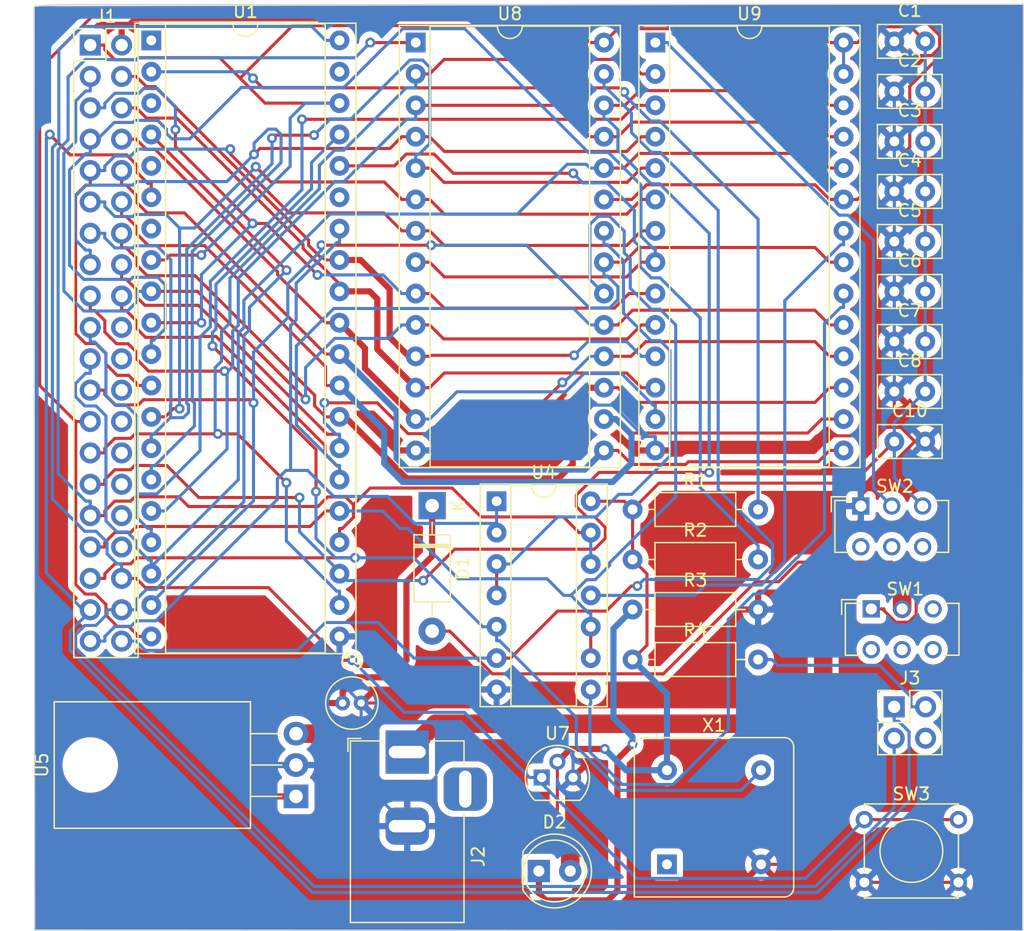
<source format=kicad_pcb>
(kicad_pcb (version 20221018) (generator pcbnew)
  (layers (0 "F.Cu" signal) (31 "B.Cu" signal) (34 "B.Paste" user) (35 "F.Paste" user) (36 "B.SilkS" user "B.Silkscreen") (37 "F.SilkS" user "F.Silkscreen") (38 "B.Mask" user) (39 "F.Mask" user) (44 "Edge.Cuts" user))
  (net 0 "")
  (net 1 "GND")
  (net 2 "+5V")
  (net 3 "Net-(D1-K)")
  (net 4 "Net-(D1-A)")
  (net 5 "Net-(D2-K)")
  (net 6 "/A0")
  (net 7 "/D0")
  (net 8 "/A1")
  (net 9 "/D1")
  (net 10 "/A2")
  (net 11 "/D2")
  (net 12 "/A3")
  (net 13 "/D3")
  (net 14 "/A4")
  (net 15 "/D4")
  (net 16 "/A5")
  (net 17 "/D5")
  (net 18 "/A6")
  (net 19 "/D6")
  (net 20 "/A7")
  (net 21 "/D7")
  (net 22 "/A8")
  (net 23 "/~{IO0}")
  (net 24 "/A9")
  (net 25 "/~{IO1}")
  (net 26 "/A10")
  (net 27 "/~{IO2}")
  (net 28 "/A11")
  (net 29 "/~{IO3}")
  (net 30 "/A12")
  (net 31 "/~{IO4}")
  (net 32 "/A13")
  (net 33 "/~{IO5}")
  (net 34 "/A14")
  (net 35 "/~{IO6}")
  (net 36 "/A15")
  (net 37 "/~{IO7}")
  (net 38 "/PHI2")
  (net 39 "/~{RES}")
  (net 40 "/~{NMI}")
  (net 41 "/~{IRQ}")
  (net 42 "/~{RW}")
  (net 43 "/~{RAMWE}")
  (net 44 "Net-(SW1-B)")
  (net 45 "/~{ACIAIRQ}")
  (net 46 "/~{VIAIRQ}")
  (net 47 "Net-(U1-RDY)")
  (net 48 "Net-(U1-BE)")
  (net 50 "/ROMSEL")
  (net 57 "/~{RAMOE}")
  (net 58 "/~{ROMCE}")
  (net 59 "/~{ROMOE}")
  (footprint "LED_THT:LED_D5.0mm" (layer "F.Cu") (at 134.81 97.26)
    (fp_text reference "D2")
    (fp_text value "LED")
  )
  (footprint "Button_Switch_THT:SW_Tactile_Straight_KSL0Axx1LFTR" (layer "F.Cu") (at 161.16 93.1)
    (fp_text reference "SW3")
    (fp_text value "SW_Push")
  )
  (footprint "Capacitor_THT:C_Disc_D5.0mm_W2.5mm_P2.50mm" (layer "F.Cu") (at 163.59 50.34)
    (fp_text reference "C6")
    (fp_text value "0.1µF")
  )
  (footprint "Capacitor_THT:C_Disc_D5.0mm_W2.5mm_P2.50mm" (layer "F.Cu") (at 163.59 54.39)
    (fp_text reference "C7")
    (fp_text value "0.1µF")
  )
  (footprint "Package_TO_SOT_THT:TO-220-3_Horizontal_TabDown" (layer "F.Cu") (at 115.15 91.22 90)
    (fp_text reference "U5")
    (fp_text value "L7805")
  )
  (footprint "Button_Switch_THT:SW_CuK_JS202011CQN_DPDT_Straight" (layer "F.Cu") (at 161.7225 76.04)
    (fp_text reference "SW1")
    (fp_text value "SW_SPDT")
  )
  (footprint "Resistor_THT:R_Axial_DIN0207_L6.3mm_D2.5mm_P10.16mm_Horizontal" (layer "F.Cu") (at 142.4 76.09)
    (fp_text reference "R3")
    (fp_text value "1k")
  )
  (footprint "Package_TO_SOT_THT:TO-92" (layer "F.Cu") (at 135.04 89.69)
    (fp_text reference "U7")
    (fp_text value "DS1813-5+")
  )
  (footprint "Capacitor_THT:C_Disc_D5.0mm_W2.5mm_P2.50mm" (layer "F.Cu") (at 163.59 62.49)
    (fp_text reference "C10")
    (fp_text value "0.1µF")
  )
  (footprint "Capacitor_THT:C_Disc_D5.0mm_W2.5mm_P2.50mm" (layer "F.Cu") (at 163.59 58.44)
    (fp_text reference "C8")
    (fp_text value "0.1µF")
  )
  (footprint "Resistor_THT:R_Axial_DIN0207_L6.3mm_D2.5mm_P10.16mm_Horizontal" (layer "F.Cu") (at 142.4 80.14)
    (fp_text reference "R4")
    (fp_text value "3.3k")
  )
  (footprint "Capacitor_THT:C_Disc_D5.0mm_W2.5mm_P2.50mm" (layer "F.Cu") (at 163.59 34.14)
    (fp_text reference "C2")
    (fp_text value "0.1µF")
  )
  (footprint "Package_DIP:DIP-28_W15.24mm_Socket" (layer "F.Cu") (at 124.84 30.19)
    (fp_text reference "U8")
    (fp_text value "28C256")
  )
  (footprint "Button_Switch_THT:SW_CuK_JS202011CQN_DPDT_Straight" (layer "F.Cu") (at 160.88 67.71)
    (fp_text reference "SW2")
    (fp_text value "SW_SPDT")
  )
  (footprint "Capacitor_THT:C_Disc_D5.0mm_W2.5mm_P2.50mm" (layer "F.Cu") (at 163.59 30.09)
    (fp_text reference "C1")
    (fp_text value "0.1µF")
  )
  (footprint "Capacitor_THT:C_Disc_D5.0mm_W2.5mm_P2.50mm" (layer "F.Cu") (at 163.59 46.29)
    (fp_text reference "C5")
    (fp_text value "0.1µF")
  )
  (footprint "Package_DIP:DIP-14_W7.62mm_Socket" (layer "F.Cu") (at 131.39 67.325)
    (fp_text reference "U4")
    (fp_text value "74LS00")
  )
  (footprint "Resistor_THT:R_Axial_DIN0207_L6.3mm_D2.5mm_P10.16mm_Horizontal" (layer "F.Cu") (at 142.4 72.04)
    (fp_text reference "R2")
    (fp_text value "3.3k")
  )
  (footprint "Diode_THT:D_DO-41_SOD81_P10.16mm_Horizontal" (layer "F.Cu") (at 126.17 67.68 -90)
    (fp_text reference "D1")
    (fp_text value "1N5819")
  )
  (footprint "Package_DIP:DIP-28_W15.24mm_Socket" (layer "F.Cu") (at 144.24 30.19)
    (fp_text reference "U9")
    (fp_text value "HM62256BLP")
  )
  (footprint "Oscillator:Oscillator_DIP-8" (layer "F.Cu") (at 145.18 96.72)
    (fp_text reference "X1")
    (fp_text value "CXO_DIP8")
  )
  (footprint "Package_DIP:DIP-40_W15.24mm_Socket" (layer "F.Cu") (at 103.43 30.01)
    (fp_text reference "U1")
    (fp_text value "W65C02SxP")
  )
  (footprint "Capacitor_THT:C_Disc_D5.0mm_W2.5mm_P2.50mm" (layer "F.Cu") (at 163.59 38.19)
    (fp_text reference "C3")
    (fp_text value "0.1µF")
  )
  (footprint "Capacitor_THT:C_Disc_D5.0mm_W2.5mm_P2.50mm" (layer "F.Cu") (at 163.59 42.24)
    (fp_text reference "C4")
    (fp_text value "0.1µF")
  )
  (footprint "Capacitor_THT:C_Radial_D4.0mm_H7.0mm_P1.50mm" (layer "F.Cu") (at 118.92 83.66)
    (fp_text reference "C9")
    (fp_text value "1µF")
  )
  (footprint "Resistor_THT:R_Axial_DIN0207_L6.3mm_D2.5mm_P10.16mm_Horizontal" (layer "F.Cu") (at 142.4 67.99)
    (fp_text reference "R1")
    (fp_text value "3.3k")
  )
  (footprint "Connector_PinHeader_2.54mm:PinHeader_2x02_P2.54mm_Vertical" (layer "F.Cu") (at 163.58 83.97)
    (fp_text reference "J3")
    (fp_text value "Conn_02x02_Odd_Even")
  )
  (footprint "Connector_PinHeader_2.54mm:PinHeader_2x20_P2.54mm_Vertical" (layer "F.Cu") (at 98.49 30.39)
    (fp_text reference "J1")
    (fp_text value "Conn_02x20_Odd_Even")
  )
  (footprint "Connector_BarrelJack:BarrelJack_Horizontal" (layer "F.Cu") (at 124.15 87.63 90)
    (fp_text reference "J2")
    (fp_text value "Barrel_Jack")
  )
  (gr_line (start 174.04 27.09) (end 173.99 102.09) (stroke (width 0.1)) (layer "Edge.Cuts"))
  (gr_line (start 173.99 102.09) (end 93.99 102.04) (stroke (width 0.1)) (layer "Edge.Cuts"))
  (gr_line (start 96.04 27.13) (end 174.04 27.09) (stroke (width 0.1)) (layer "Edge.Cuts"))
  (gr_line (start 93.94 27.24) (end 96.04 27.13) (stroke (width 0.1)) (layer "Edge.Cuts"))
  (gr_line (start 93.99 102.04) (end 93.94 27.24) (stroke (width 0.1)) (layer "Edge.Cuts"))
  (segment (start 163.59 30.09) (end 164.739 31.239) (width 0.25) (layer "F.Cu") (net 1))
  (segment (start 101.8977 28.3454) (end 101.03 29.2131) (width 0.25) (layer "F.Cu") (net 1))
  (segment (start 166.09 62.49) (end 165.2613 62.49) (width 0.25) (layer "F.Cu") (net 1))
  (segment (start 167.2534 30.5965) (end 167.2534 29.6088) (width 0.25) (layer "F.Cu") (net 1))
  (segment (start 162.2323 62.0277) (end 157.3137 62.0277) (width 0.25) (layer "F.Cu") (net 1))
  (segment (start 129.1681 83.66) (end 130.2631 82.565) (width 0.25) (layer "F.Cu") (net 1))
  (segment (start 164.739 31.239) (end 166.6109 31.239) (width 0.25) (layer "F.Cu") (net 1))
  (segment (start 156.1314 63.21) (end 144.24 63.21) (width 0.25) (layer "F.Cu") (net 1))
  (segment (start 165.2613 62.49) (end 165.256 62.4847) (width 0.25) (layer "F.Cu") (net 1))
  (segment (start 161.0576 66.6831) (end 165.256 62.4847) (width 0.25) (layer "F.Cu") (net 1))
  (segment (start 159.7 96.72) (end 161.16 98.18) (width 0.25) (layer "F.Cu") (net 1))
  (segment (start 163.59 61.3406) (end 163.59 58.44) (width 0.25) (layer "F.Cu") (net 1))
  (segment (start 165.99 28.3454) (end 101.8977 28.3454) (width 0.25) (layer "F.Cu") (net 1))
  (segment (start 157.3137 62.0277) (end 156.1314 63.21) (width 0.25) (layer "F.Cu") (net 1))
  (segment (start 163.59 34.14) (end 164.739 32.991) (width 0.25) (layer "F.Cu") (net 1))
  (segment (start 165.256 62.4847) (end 164.1119 61.3406) (width 0.25) (layer "F.Cu") (net 1))
  (segment (start 162.9194 61.3406) (end 162.2323 62.0277) (width 0.25) (layer "F.Cu") (net 1))
  (segment (start 168.78 98.18) (end 161.16 98.18) (width 0.25) (layer "F.Cu") (net 1))
  (segment (start 164.1119 61.3406) (end 163.59 61.3406) (width 0.25) (layer "F.Cu") (net 1))
  (segment (start 160.88 67.71) (end 160.88 66.6831) (width 0.25) (layer "F.Cu") (net 1))
  (segment (start 120.42 83.66) (end 129.1681 83.66) (width 0.25) (layer "F.Cu") (net 1))
  (segment (start 160.88 66.6831) (end 161.0576 66.6831) (width 0.25) (layer "F.Cu") (net 1))
  (segment (start 166.6109 31.239) (end 167.2534 30.5965) (width 0.25) (layer "F.Cu") (net 1))
  (segment (start 152.8 96.72) (end 159.7 96.72) (width 0.25) (layer "F.Cu") (net 1))
  (segment (start 131.39 82.565) (end 130.2631 82.565) (width 0.25) (layer "F.Cu") (net 1))
  (segment (start 101.03 30.39) (end 101.03 29.2131) (width 0.25) (layer "F.Cu") (net 1))
  (segment (start 167.2534 29.6088) (end 165.99 28.3454) (width 0.25) (layer "F.Cu") (net 1))
  (segment (start 163.59 61.3406) (end 162.9194 61.3406) (width 0.25) (layer "F.Cu") (net 1))
  (segment (start 164.739 32.991) (end 164.739 31.239) (width 0.25) (layer "F.Cu") (net 1))
  (segment (start 153.9718 92.6602) (end 153.9718 83.367) (width 0.25) (layer "B.Cu") (net 1))
  (segment (start 143.3187 62.0831) (end 144.24 62.0831) (width 0.25) (layer "B.Cu") (net 1))
  (segment (start 151.3889 80.7841) (end 151.3889 78.388) (width 0.25) (layer "B.Cu") (net 1))
  (segment (start 118.67 78.27) (end 118.67 79.3969) (width 0.25) (layer "B.Cu") (net 1))
  (segment (start 137.58 87.6281) (end 132.5169 82.565) (width 0.25) (layer "B.Cu") (net 1))
  (segment (start 160.88 68.7369) (end 153.6869 75.93) (width 0.25) (layer "B.Cu") (net 1))
  (segment (start 115.15 88.68) (end 116.4769 88.68) (width 0.25) (layer "B.Cu") (net 1))
  (segment (start 153.6869 75.93) (end 153.6869 76.09) (width 0.25) (layer "B.Cu") (net 1))
  (segment (start 152.8 96.72) (end 151.356 95.276) (width 0.25) (layer "B.Cu") (net 1))
  (segment (start 151.356 95.276) (end 153.9718 92.6602) (width 0.25) (layer "B.Cu") (net 1))
  (segment (start 129.6359 59.541) (end 140.7766 59.541) (width 0.25) (layer "B.Cu") (net 1))
  (segment (start 143.166 95.276) (end 137.58 89.69) (width 0.25) (layer "B.Cu") (net 1))
  (segment (start 163.59 38.19) (end 163.59 34.14) (width 0.25) (layer "B.Cu") (net 1))
  (segment (start 151.356 95.276) (end 143.166 95.276) (width 0.25) (layer "B.Cu") (net 1))
  (segment (start 118.67 81.91) (end 120.42 83.66) (width 0.25) (layer "B.Cu") (net 1))
  (segment (start 151.3889 78.388) (end 152.56 77.2169) (width 0.25) (layer "B.Cu") (net 1))
  (segment (start 120.42 88.68) (end 120.42 83.66) (width 0.25) (layer "B.Cu") (net 1))
  (segment (start 131.39 82.565) (end 132.5169 82.565) (width 0.25) (layer "B.Cu") (net 1))
  (segment (start 163.59 46.29) (end 163.59 50.34) (width 0.25) (layer "B.Cu") (net 1))
  (segment (start 152.56 76.09) (end 153.6869 76.09) (width 0.25) (layer "B.Cu") (net 1))
  (segment (start 124.15 93.63) (end 120.42 89.9) (width 0.25) (layer "B.Cu") (net 1))
  (segment (start 120.42 89.9) (end 120.42 88.68) (width 0.25) (layer "B.Cu") (net 1))
  (segment (start 153.9718 83.367) (end 151.3889 80.7841) (width 0.25) (layer "B.Cu") (net 1))
  (segment (start 137.58 89.69) (end 137.58 87.6281) (width 0.25) (layer "B.Cu") (net 1))
  (segment (start 144.24 63.21) (end 144.24 62.0831) (width 0.25) (layer "B.Cu") (net 1))
  (segment (start 140.7766 59.541) (end 143.3187 62.0831) (width 0.25) (layer "B.Cu") (net 1))
  (segment (start 163.59 42.24) (end 163.59 38.19) (width 0.25) (layer "B.Cu") (net 1))
  (segment (start 163.59 58.44) (end 163.59 54.39) (width 0.25) (layer "B.Cu") (net 1))
  (segment (start 124.84 63.21) (end 125.9669 63.21) (width 0.25) (layer "B.Cu") (net 1))
  (segment (start 152.56 76.09) (end 152.56 77.2169) (width 0.25) (layer "B.Cu") (net 1))
  (segment (start 160.88 67.71) (end 160.88 68.7369) (width 0.25) (layer "B.Cu") (net 1))
  (segment (start 120.42 88.68) (end 116.4769 88.68) (width 0.25) (layer "B.Cu") (net 1))
  (segment (start 163.59 42.24) (end 163.59 46.29) (width 0.25) (layer "B.Cu") (net 1))
  (segment (start 125.9669 63.21) (end 129.6359 59.541) (width 0.25) (layer "B.Cu") (net 1))
  (segment (start 118.67 79.3969) (end 118.67 81.91) (width 0.25) (layer "B.Cu") (net 1))
  (segment (start 163.59 54.39) (end 163.59 50.34) (width 0.25) (layer "B.Cu") (net 1))
  (segment (start 131.79 96.49) (end 133.17 95.11) (width 1.5) (layer "F.Cu") (net 2))
  (segment (start 112.6399 35.09) (end 110.621 33.071) (width 0.25) (layer "F.Cu") (net 2))
  (segment (start 115.15 86.14) (end 116.66 86.14) (width 1.5) (layer "F.Cu") (net 2))
  (segment (start 108.9675 31.4176) (end 102.374 31.4176) (width 0.25) (layer "F.Cu") (net 2))
  (segment (start 144.5331 65.8569) (end 160.2231 65.8569) (width 0.25) (layer "F.Cu") (net 2))
  (segment (start 142.4 72.04) (end 142.4 67.99) (width 0.25) (layer "F.Cu") (net 2))
  (segment (start 138.9531 30.19) (end 137.5789 28.8158) (width 0.25) (layer "F.Cu") (net 2))
  (segment (start 143.5647 78.9753) (end 142.4 80.14) (width 0.25) (layer "F.Cu") (net 2))
  (segment (start 157.2262 29.0631) (end 158.3531 30.19) (width 0.25) (layer "F.Cu") (net 2))
  (segment (start 121.15 90.63) (end 121.15 95.2084) (width 1.5) (layer "F.Cu") (net 2))
  (segment (start 136.96 95.11) (end 137.35 95.5) (width 1.5) (layer "F.Cu") (net 2))
  (segment (start 104.5569 47.79) (end 104.949 47.3979) (width 0.25) (layer "F.Cu") (net 2))
  (segment (start 100.493 31.5839) (end 99.6669 30.7578) (width 0.25) (layer "F.Cu") (net 2))
  (segment (start 159.48 30.19) (end 160.6069 30.19) (width 0.25) (layer "F.Cu") (net 2))
  (segment (start 102.2077 31.5839) (end 100.493 31.5839) (width 0.25) (layer "F.Cu") (net 2))
  (segment (start 118.67 35.09) (end 112.6399 35.09) (width 0.25) (layer "F.Cu") (net 2))
  (segment (start 116.66 86.14) (end 121.15 90.63) (width 1.5) (layer "F.Cu") (net 2))
  (segment (start 110.621 33.071) (end 108.9675 31.4176) (width 0.25) (layer "F.Cu") (net 2))
  (segment (start 164.9082 28.9082) (end 166.09 30.09) (width 0.25) (layer "F.Cu") (net 2))
  (segment (start 103.43 47.79) (end 104.5569 47.79) (width 0.25) (layer "F.Cu") (net 2))
  (segment (start 137.351635 87.378365) (end 136.31 88.42) (width 0.5) (layer "F.Cu") (net 2))
  (segment (start 102.374 31.4176) (end 102.2077 31.5839) (width 0.25) (layer "F.Cu") (net 2))
  (segment (start 140.0709 30.19) (end 141.1978 29.0631) (width 0.25) (layer "F.Cu") (net 2))
  (segment (start 140.08 30.19) (end 140.0709 30.19) (width 0.25) (layer "F.Cu") (net 2))
  (segment (start 140.141635 87.378365) (end 137.351635 87.378365) (width 0.5) (layer "F.Cu") (net 2))
  (segment (start 133.17 95.11) (end 136.31 95.11) (width 1.5) (layer "F.Cu") (net 2))
  (segment (start 98.49 30.39) (end 99.6669 30.39) (width 0.25) (layer "F.Cu") (net 2))
  (segment (start 99.6669 30.7578) (end 99.6669 30.39) (width 0.25) (layer "F.Cu") (net 2))
  (segment (start 122.432 96.49) (end 131.79 96.49) (width 1.5) (layer "F.Cu") (net 2))
  (segment (start 139.5166 30.19) (end 140.0709 30.19) (width 0.25) (layer "F.Cu") (net 2))
  (segment (start 104.949 47.3979) (end 107.4804 47.3979) (width 0.25) (layer "F.Cu") (net 2))
  (segment (start 139.5166 30.19) (end 138.9531 30.19) (width 0.25) (layer "F.Cu") (net 2))
  (segment (start 121.15 95.2084) (end 122.432 96.49) (width 1.5) (layer "F.Cu") (net 2))
  (segment (start 142.4 72.04) (end 143.5647 73.2047) (width 0.25) (layer "F.Cu") (net 2))
  (segment (start 143.5647 73.2047) (end 143.5647 78.9753) (width 0.25) (layer "F.Cu") (net 2))
  (segment (start 142.4 67.99) (end 144.5331 65.8569) (width 0.25) (layer "F.Cu") (net 2))
  (segment (start 136.31 95.11) (end 136.96 95.11) (width 1.5) (layer "F.Cu") (net 2))
  (segment (start 137.35 95.5) (end 137.35 97.26) (width 1.5) (layer "F.Cu") (net 2))
  (segment (start 141.1978 29.0631) (end 157.2262 29.0631) (width 0.25) (layer "F.Cu") (net 2))
  (segment (start 160.2231 65.8569) (end 163.59 62.49) (width 0.25) (layer "F.Cu") (net 2))
  (segment (start 139.01 67.325) (end 141.735 67.325) (width 0.25) (layer "F.Cu") (net 2))
  (segment (start 159.48 30.19) (end 158.3531 30.19) (width 0.25) (layer "F.Cu") (net 2))
  (segment (start 141.735 67.325) (end 142.4 67.99) (width 0.25) (layer "F.Cu") (net 2))
  (segment (start 160.6069 30.19) (end 161.8887 28.9082) (width 0.25) (layer "F.Cu") (net 2))
  (segment (start 137.5789 28.8158) (end 114.8762 28.8158) (width 0.25) (layer "F.Cu") (net 2))
  (segment (start 136.31 95.11) (end 136.31 88.42) (width 0.25) (layer "F.Cu") (net 2))
  (segment (start 161.8887 28.9082) (end 164.9082 28.9082) (width 0.25) (layer "F.Cu") (net 2))
  (segment (start 114.8762 28.8158) (end 110.621 33.071) (width 0.25) (layer "F.Cu") (net 2))
  (via (at 140.141635 87.378365) (size 0.8) (drill 0.4) (layers "F.Cu" "B.Cu") (net 2))
  (via (at 107.4804 47.3979) (size 0.8) (drill 0.4) (layers "F.Cu" "B.Cu") (net 2))
  (segment (start 107.4804 47.3979) (end 114.675 40.2033) (width 0.25) (layer "B.Cu") (net 2))
  (segment (start 166.09 46.29) (end 166.09 50.34) (width 0.25) (layer "B.Cu") (net 2))
  (segment (start 159.48 30.19) (end 159.48 32.73) (width 0.25) (layer "B.Cu") (net 2))
  (segment (start 163.59 65.42) (end 165.88 67.71) (width 0.25) (layer "B.Cu") (net 2))
  (segment (start 166.09 42.24) (end 166.09 46.29) (width 0.25) (layer "B.Cu") (net 2))
  (segment (start 166.09 54.39) (end 166.09 50.34) (width 0.25) (layer "B.Cu") (net 2))
  (segment (start 166.09 54.39) (end 166.09 58.44) (width 0.25) (layer "B.Cu") (net 2))
  (segment (start 141.86327 89.1) (end 140.141635 87.378365) (width 0.5) (layer "B.Cu") (net 2))
  (segment (start 166.09 38.19) (end 166.09 34.14) (width 0.25) (layer "B.Cu") (net 2))
  (segment (start 163.59 60.94) (end 163.59 62.49) (width 0.25) (layer "B.Cu") (net 2))
  (segment (start 166.09 58.44) (end 163.59 60.94) (width 0.25) (layer "B.Cu") (net 2))
  (segment (start 166.09 42.24) (end 166.09 38.19) (width 0.25) (layer "B.Cu") (net 2))
  (segment (start 163.59 62.49) (end 163.59 65.42) (width 0.25) (layer "B.Cu") (net 2))
  (segment (start 145.18 89.1) (end 141.86327 89.1) (width 0.5) (layer "B.Cu") (net 2))
  (segment (start 145.18 89.1) (end 145.18 82.92) (width 0.5) (layer "B.Cu") (net 2))
  (segment (start 166.09 30.09) (end 166.09 34.14) (width 0.25) (layer "B.Cu") (net 2))
  (segment (start 145.18 82.92) (end 142.4 80.14) (width 0.5) (layer "B.Cu") (net 2))
  (segment (start 115.8849 35.09) (end 118.67 35.09) (width 0.25) (layer "B.Cu") (net 2))
  (segment (start 114.675 36.2999) (end 115.8849 35.09) (width 0.25) (layer "B.Cu") (net 2))
  (segment (start 114.675 40.2033) (end 114.675 36.2999) (width 0.25) (layer "B.Cu") (net 2))
  (segment (start 112.47 90.24) (end 112.47 85.31) (width 0.5) (layer "F.Cu") (net 3))
  (segment (start 124.09 80.2) (end 124.09 73.85) (width 0.5) (layer "F.Cu") (net 3))
  (segment (start 114.12 83.66) (end 118.92 83.66) (width 0.5) (layer "F.Cu") (net 3))
  (segment (start 120.09 81.58) (end 122.71 81.58) (width 0.5) (layer "F.Cu") (net 3))
  (segment (start 112.47 85.31) (end 114.12 83.66) (width 0.5) (layer "F.Cu") (net 3))
  (segment (start 115.15 91.22) (end 113.45 91.22) (width 0.5) (layer "F.Cu") (net 3))
  (segment (start 122.71 81.58) (end 124.09 80.2) (width 0.5) (layer "F.Cu") (net 3))
  (segment (start 113.45 91.22) (end 112.47 90.24) (width 0.5) (layer "F.Cu") (net 3))
  (segment (start 124.09 73.85) (end 126.17 71.77) (width 0.5) (layer "F.Cu") (net 3))
  (segment (start 118.92 82.75) (end 120.09 81.58) (width 0.5) (layer "F.Cu") (net 3))
  (segment (start 118.92 83.66) (end 118.92 82.75) (width 0.5) (layer "F.Cu") (net 3))
  (segment (start 126.17 71.77) (end 126.17 67.68) (width 0.5) (layer "F.Cu") (net 3))
  (segment (start 144.8966 81.295) (end 152.3517 73.8399) (width 0.25) (layer "F.Cu") (net 4))
  (segment (start 165.355 76.5163) (end 164.7504 77.1209) (width 0.25) (layer "F.Cu") (net 4))
  (segment (start 162.7494 76.1684) (end 162.7494 76.04) (width 0.25) (layer "F.Cu") (net 4))
  (segment (start 126.17 77.84) (end 127.5969 77.84) (width 0.25) (layer "F.Cu") (net 4))
  (segment (start 155.7961 72.2579) (end 163.3843 72.2579) (width 0.25) (layer "F.Cu") (net 4))
  (segment (start 152.3517 73.8399) (end 154.2141 73.8399) (width 0.25) (layer "F.Cu") (net 4))
  (segment (start 165.355 74.2286) (end 165.355 76.5163) (width 0.25) (layer "F.Cu") (net 4))
  (segment (start 154.2141 73.8399) (end 155.7961 72.2579) (width 0.25) (layer "F.Cu") (net 4))
  (segment (start 164.7504 77.1209) (end 163.7019 77.1209) (width 0.25) (layer "F.Cu") (net 4))
  (segment (start 161.7225 76.04) (end 162.7494 76.04) (width 0.25) (layer "F.Cu") (net 4))
  (segment (start 127.5969 77.84) (end 131.0519 81.295) (width 0.25) (layer "F.Cu") (net 4))
  (segment (start 163.3843 72.2579) (end 165.355 74.2286) (width 0.25) (layer "F.Cu") (net 4))
  (segment (start 163.7019 77.1209) (end 162.7494 76.1684) (width 0.25) (layer "F.Cu") (net 4))
  (segment (start 131.0519 81.295) (end 144.8966 81.295) (width 0.25) (layer "F.Cu") (net 4))
  (segment (start 134.81 99.08) (end 134.81 97.26) (width 0.5) (layer "F.Cu") (net 5))
  (segment (start 142.39 86.99) (end 141.17 88.21) (width 0.5) (layer "F.Cu") (net 5))
  (segment (start 141.17 98.86) (end 140.39 99.64) (width 0.5) (layer "F.Cu") (net 5))
  (segment (start 141.17 88.21) (end 141.17 98.86) (width 0.5) (layer "F.Cu") (net 5))
  (segment (start 135.37 99.64) (end 134.81 99.08) (width 0.5) (layer "F.Cu") (net 5))
  (segment (start 140.39 99.64) (end 135.37 99.64) (width 0.5) (layer "F.Cu") (net 5))
  (via (at 142.39 86.99) (size 0.8) (drill 0.4) (layers "F.Cu" "B.Cu") (net 5))
  (segment (start 140.85 84.86) (end 140.85 77.64) (width 0.5) (layer "B.Cu") (net 5))
  (segment (start 142.39 86.4) (end 140.85 84.86) (width 0.5) (layer "B.Cu") (net 5))
  (segment (start 140.85 77.64) (end 142.4 76.09) (width 0.5) (layer "B.Cu") (net 5))
  (segment (start 142.39 86.99) (end 142.39 86.4) (width 0.5) (layer "B.Cu") (net 5))
  (segment (start 103.43 50.33) (end 107.1743 50.33) (width 0.25) (layer "F.Cu") (net 6))
  (segment (start 143.1131 53.05) (end 141.9813 54.1818) (width 0.25) (layer "F.Cu") (net 6))
  (segment (start 127.0987 54.1818) (end 125.9669 53.05) (width 0.25) (layer "F.Cu") (net 6))
  (segment (start 107.1743 50.33) (end 115.9241 59.0798) (width 0.25) (layer "F.Cu") (net 6))
  (segment (start 144.24 53.05) (end 143.1131 53.05) (width 0.25) (layer "F.Cu") (net 6))
  (segment (start 141.9813 54.1818) (end 127.0987 54.1818) (width 0.25) (layer "F.Cu") (net 6))
  (segment (start 124.84 53.05) (end 125.9669 53.05) (width 0.25) (layer "F.Cu") (net 6))
  (via (at 115.9241 59.0798) (size 0.8) (drill 0.4) (layers "F.Cu" "B.Cu") (net 6))
  (segment (start 103.43 50.33) (end 102.3031 50.33) (width 0.25) (layer "B.Cu") (net 6))
  (segment (start 96.352 39.1627) (end 97.3131 38.2016) (width 0.25) (layer "B.Cu") (net 6))
  (segment (start 96.352 50.3022) (end 96.352 39.1627) (width 0.25) (layer "B.Cu") (net 6))
  (segment (start 97.3131 34.9159) (end 98.1221 34.1069) (width 0.25) (layer "B.Cu") (net 6))
  (segment (start 97.9709 51.9211) (end 96.352 50.3022) (width 0.25) (layer "B.Cu") (net 6))
  (segment (start 97.3131 38.2016) (end 97.3131 34.9159) (width 0.25) (layer "B.Cu") (net 6))
  (segment (start 122.6231 54.14) (end 118.2788 54.14) (width 0.25) (layer "B.Cu") (net 6))
  (segment (start 101.5089 51.9211) (end 97.9709 51.9211) (width 0.25) (layer "B.Cu") (net 6))
  (segment (start 115.9241 56.4947) (end 115.9241 59.0798) (width 0.25) (layer "B.Cu") (net 6))
  (segment (start 98.49 32.93) (end 98.49 34.1069) (width 0.25) (layer "B.Cu") (net 6))
  (segment (start 124.84 53.05) (end 123.7131 53.05) (width 0.25) (layer "B.Cu") (net 6))
  (segment (start 102.3031 51.1269) (end 101.5089 51.9211) (width 0.25) (layer "B.Cu") (net 6))
  (segment (start 102.3031 50.33) (end 102.3031 51.1269) (width 0.25) (layer "B.Cu") (net 6))
  (segment (start 98.1221 34.1069) (end 98.49 34.1069) (width 0.25) (layer "B.Cu") (net 6))
  (segment (start 123.7131 53.05) (end 122.6231 54.14) (width 0.25) (layer "B.Cu") (net 6))
  (segment (start 118.2788 54.14) (end 115.9241 56.4947) (width 0.25) (layer "B.Cu") (net 6))
  (segment (start 124.28 55.59) (end 124.84 55.59) (width 0.5) (layer "F.Cu") (net 7))
  (segment (start 118.67 47.79) (end 120.38 47.79) (width 0.5) (layer "F.Cu") (net 7))
  (segment (start 117.1969 47.6319) (end 117.385 47.6319) (width 0.25) (layer "F.Cu") (net 7))
  (segment (start 137.6673 55.5108) (end 126.0461 55.5108) (width 0.25) (layer "F.Cu") (net 7))
  (segment (start 116.1689 46.6039) (end 117.1969 47.6319) (width 0.25) (layer "F.Cu") (net 7))
  (segment (start 103.739 33.7622) (end 116.1689 46.1921) (width 0.25) (layer "F.Cu") (net 7))
  (segment (start 124.84 55.59) (end 125.9669 55.59) (width 0.25) (layer "F.Cu") (net 7))
  (segment (start 120.38 47.79) (end 122.73 50.14) (width 0.5) (layer "F.Cu") (net 7))
  (segment (start 126.0461 55.5108) (end 125.9669 55.59) (width 0.25) (layer "F.Cu") (net 7))
  (segment (start 116.1689 46.1921) (end 116.1689 46.6039) (width 0.25) (layer "F.Cu") (net 7))
  (segment (start 118.67 47.79) (end 117.5431 47.79) (width 0.25) (layer "F.Cu") (net 7))
  (segment (start 117.385 47.6319) (end 117.5431 47.79) (width 0.25) (layer "F.Cu") (net 7))
  (segment (start 122.73 50.14) (end 122.73 54.04) (width 0.5) (layer "F.Cu") (net 7))
  (segment (start 102.2069 32.93) (end 103.0391 33.7622) (width 0.25) (layer "F.Cu") (net 7))
  (segment (start 103.0391 33.7622) (end 103.739 33.7622) (width 0.25) (layer "F.Cu") (net 7))
  (segment (start 122.73 54.04) (end 124.28 55.59) (width 0.5) (layer "F.Cu") (net 7))
  (segment (start 101.03 32.93) (end 102.2069 32.93) (width 0.25) (layer "F.Cu") (net 7))
  (via (at 137.6673 55.5108) (size 0.8) (drill 0.4) (layers "F.Cu" "B.Cu") (net 7))
  (segment (start 141.926 54.4029) (end 138.7752 54.4029) (width 0.25) (layer "B.Cu") (net 7))
  (segment (start 144.24 55.59) (end 143.1131 55.59) (width 0.25) (layer "B.Cu") (net 7))
  (segment (start 143.1131 55.59) (end 141.926 54.4029) (width 0.25) (layer "B.Cu") (net 7))
  (segment (start 138.7752 54.4029) (end 137.6673 55.5108) (width 0.25) (layer "B.Cu") (net 7))
  (segment (start 111.6248 44.8338) (end 112.7175 44.8338) (width 0.25) (layer "F.Cu") (net 8))
  (segment (start 124.84 50.51) (end 125.9669 50.51) (width 0.25) (layer "F.Cu") (net 8))
  (segment (start 127.1441 51.6872) (end 140.9272 51.6872) (width 0.25) (layer "F.Cu") (net 8))
  (segment (start 111.6248 44.8337) (end 111.6248 44.8338) (width 0.25) (layer "F.Cu") (net 8))
  (segment (start 112.7175 44.8338) (end 116.8831 48.9994) (width 0.25) (layer "F.Cu") (net 8))
  (segment (start 104.5569 52.87) (end 107.4874 52.87) (width 0.25) (layer "F.Cu") (net 8))
  (segment (start 103.43 52.87) (end 104.5569 52.87) (width 0.25) (layer "F.Cu") (net 8))
  (segment (start 111.6248 44.8337) (end 105.3845 38.5934) (width 0.25) (layer "F.Cu") (net 8))
  (segment (start 105.3845 38.5934) (end 105.3845 37.243) (width 0.25) (layer "F.Cu") (net 8))
  (segment (start 142.1044 50.51) (end 144.24 50.51) (width 0.25) (layer "F.Cu") (net 8))
  (segment (start 125.9669 50.51) (end 127.1441 51.6872) (width 0.25) (layer "F.Cu") (net 8))
  (segment (start 140.9272 51.6872) (end 142.1044 50.51) (width 0.25) (layer "F.Cu") (net 8))
  (via (at 105.3845 37.243) (size 0.8) (drill 0.4) (layers "F.Cu" "B.Cu") (net 8))
  (via (at 107.4874 52.87) (size 0.8) (drill 0.4) (layers "F.Cu" "B.Cu") (net 8))
  (via (at 116.8831 48.9994) (size 0.8) (drill 0.4) (layers "F.Cu" "B.Cu") (net 8))
  (via (at 111.6248 44.8337) (size 0.8) (drill 0.4) (layers "F.Cu" "B.Cu") (net 8))
  (segment (start 124.84 50.51) (end 123.7131 50.51) (width 0.25) (layer "B.Cu") (net 8))
  (segment (start 105.3845 35.3731) (end 105.3845 37.243) (width 0.25) (layer "B.Cu") (net 8))
  (segment (start 99.6669 35.47) (end 99.6669 35.1021) (width 0.25) (layer "B.Cu") (net 8))
  (segment (start 100.4759 34.2931) (end 102.4267 34.2931) (width 0.25) (layer "B.Cu") (net 8))
  (segment (start 122.2025 48.9994) (end 116.8831 48.9994) (width 0.25) (layer "B.Cu") (net 8))
  (segment (start 111.6248 44.8337) (end 107.4874 48.9711) (width 0.25) (layer "B.Cu") (net 8))
  (segment (start 102.4267 34.2931) (end 102.8048 33.915) (width 0.25) (layer "B.Cu") (net 8))
  (segment (start 102.8048 33.915) (end 103.9264 33.915) (width 0.25) (layer "B.Cu") (net 8))
  (segment (start 99.6669 35.1021) (end 100.4759 34.2931) (width 0.25) (layer "B.Cu") (net 8))
  (segment (start 123.7131 50.51) (end 122.2025 48.9994) (width 0.25) (layer "B.Cu") (net 8))
  (segment (start 107.4874 48.9711) (end 107.4874 52.87) (width 0.25) (layer "B.Cu") (net 8))
  (segment (start 98.49 35.47) (end 99.6669 35.47) (width 0.25) (layer "B.Cu") (net 8))
  (segment (start 103.9264 33.915) (end 105.3845 35.3731) (width 0.25) (layer "B.Cu") (net 8))
  (segment (start 121.73 55.02) (end 124.84 58.13) (width 0.5) (layer "F.Cu") (net 9))
  (segment (start 117.0206 48.0839) (end 119.2667 50.33) (width 0.25) (layer "F.Cu") (net 9))
  (segment (start 121.73 50.95) (end 121.73 55.02) (width 0.5) (layer "F.Cu") (net 9))
  (segment (start 127.1575 56.9394) (end 125.9669 58.13) (width 0.25) (layer "F.Cu") (net 9))
  (segment (start 105.4855 36.3022) (end 115.717 46.5337) (width 0.25) (layer "F.Cu") (net 9))
  (segment (start 102.2069 35.47) (end 103.0391 36.3022) (width 0.25) (layer "F.Cu") (net 9))
  (segment (start 124.84 58.13) (end 125.9669 58.13) (width 0.25) (layer "F.Cu") (net 9))
  (segment (start 143.1131 58.13) (end 141.9225 56.9394) (width 0.25) (layer "F.Cu") (net 9))
  (segment (start 115.717 46.5337) (end 115.717 46.8569) (width 0.25) (layer "F.Cu") (net 9))
  (segment (start 141.9225 56.9394) (end 127.1575 56.9394) (width 0.25) (layer "F.Cu") (net 9))
  (segment (start 101.03 35.47) (end 102.2069 35.47) (width 0.25) (layer "F.Cu") (net 9))
  (segment (start 121.11 50.33) (end 121.73 50.95) (width 0.5) (layer "F.Cu") (net 9))
  (segment (start 144.24 58.13) (end 143.1131 58.13) (width 0.25) (layer "F.Cu") (net 9))
  (segment (start 115.717 46.8569) (end 116.944 48.0839) (width 0.25) (layer "F.Cu") (net 9))
  (segment (start 118.67 50.33) (end 119.2667 50.33) (width 0.5) (layer "F.Cu") (net 9))
  (segment (start 119.2667 50.33) (end 121.11 50.33) (width 0.5) (layer "F.Cu") (net 9))
  (segment (start 103.0391 36.3022) (end 105.4855 36.3022) (width 0.25) (layer "F.Cu") (net 9))
  (segment (start 116.944 48.0839) (end 117.0206 48.0839) (width 0.25) (layer "F.Cu") (net 9))
  (segment (start 127.1575 49.1606) (end 125.9669 47.97) (width 0.25) (layer "F.Cu") (net 10))
  (segment (start 143.1131 47.97) (end 141.9225 49.1606) (width 0.25) (layer "F.Cu") (net 10))
  (segment (start 144.24 47.97) (end 143.1131 47.97) (width 0.25) (layer "F.Cu") (net 10))
  (segment (start 124.84 47.97) (end 125.9669 47.97) (width 0.25) (layer "F.Cu") (net 10))
  (segment (start 141.9225 49.1606) (end 127.1575 49.1606) (width 0.25) (layer "F.Cu") (net 10))
  (segment (start 98.1222 39.1869) (end 96.8127 40.4964) (width 0.25) (layer "B.Cu") (net 10))
  (segment (start 101.9374 49.1914) (end 103.9528 49.1914) (width 0.25) (layer "B.Cu") (net 10))
  (segment (start 105.094 37.9811) (end 106.5465 37.9811) (width 0.25) (layer "B.Cu") (net 10))
  (segment (start 96.8127 48.2115) (end 97.9615 49.3603) (width 0.25) (layer "B.Cu") (net 10))
  (segment (start 98.49 38.01) (end 98.49 38.5984) (width 0.25) (layer "B.Cu") (net 10))
  (segment (start 123.7901 29.0631) (end 128.801 29.0631) (width 0.25) (layer "B.Cu") (net 10))
  (segment (start 140.4351 39.08) (end 143.0759 41.7208) (width 0.25) (layer "B.Cu") (net 10))
  (segment (start 143.0759 45.8617) (end 144.0573 46.8431) (width 0.25) (layer "B.Cu") (net 10))
  (segment (start 101.9375 36.6525) (end 102.1021 36.4879) (width 0.25) (layer "B.Cu") (net 10))
  (segment (start 103.43 55.41) (end 103.43 54.2831) (width 0.25) (layer "B.Cu") (net 10))
  (segment (start 97.9615 49.3603) (end 101.7685 49.3603) (width 0.25) (layer "B.Cu") (net 10))
  (segment (start 106.5465 37.9811) (end 110.7076 33.82) (width 0.25) (layer "B.Cu") (net 10))
  (segment (start 128.801 29.0631) (end 138.8179 39.08) (width 0.25) (layer "B.Cu") (net 10))
  (segment (start 104.6575 37.5446) (end 105.094 37.9811) (width 0.25) (layer "B.Cu") (net 10))
  (segment (start 144.0573 46.8431) (end 144.24 46.8431) (width 0.25) (layer "B.Cu") (net 10))
  (segment (start 104.5611 49.7997) (end 104.5611 53.3507) (width 0.25) (layer "B.Cu") (net 10))
  (segment (start 104.5611 53.3507) (end 103.6287 54.2831) (width 0.25) (layer "B.Cu") (net 10))
  (segment (start 98.49 39.1869) (end 98.1222 39.1869) (width 0.25) (layer "B.Cu") (net 10))
  (segment (start 96.8127 40.4964) (end 96.8127 48.2115) (width 0.25) (layer "B.Cu") (net 10))
  (segment (start 102.1021 36.4879) (end 103.9476 36.4879) (width 0.25) (layer "B.Cu") (net 10))
  (segment (start 144.24 47.97) (end 144.24 46.8431) (width 0.25) (layer "B.Cu") (net 10))
  (segment (start 103.9528 49.1914) (end 104.5611 49.7997) (width 0.25) (layer "B.Cu") (net 10))
  (segment (start 101.7685 49.3603) (end 101.9374 49.1914) (width 0.25) (layer "B.Cu") (net 10))
  (segment (start 119.0332 33.82) (end 123.7901 29.0631) (width 0.25) (layer "B.Cu") (net 10))
  (segment (start 98.49 38.5984) (end 98.49 39.1869) (width 0.25) (layer "B.Cu") (net 10))
  (segment (start 104.6575 37.1978) (end 104.6575 37.5446) (width 0.25) (layer "B.Cu") (net 10))
  (segment (start 143.0759 41.7208) (end 143.0759 45.8617) (width 0.25) (layer "B.Cu") (net 10))
  (segment (start 110.7076 33.82) (end 119.0332 33.82) (width 0.25) (layer "B.Cu") (net 10))
  (segment (start 103.9476 36.4879) (end 104.6575 37.1978) (width 0.25) (layer "B.Cu") (net 10))
  (segment (start 138.8179 39.08) (end 140.4351 39.08) (width 0.25) (layer "B.Cu") (net 10))
  (segment (start 100.4359 36.6525) (end 101.9375 36.6525) (width 0.25) (layer "B.Cu") (net 10))
  (segment (start 98.49 38.5984) (end 100.4359 36.6525) (width 0.25) (layer "B.Cu") (net 10))
  (segment (start 103.6287 54.2831) (end 103.43 54.2831) (width 0.25) (layer "B.Cu") (net 10))
  (segment (start 120.73 54.93) (end 120.73 56.56) (width 0.5) (layer "F.Cu") (net 11))
  (segment (start 118.67 52.87) (end 117.5431 52.87) (width 0.25) (layer "F.Cu") (net 11))
  (segment (start 113.655 48.9819) (end 117.5431 52.87) (width 0.25) (layer "F.Cu") (net 11))
  (segment (start 103.7497 38.8422) (end 113.655 48.7475) (width 0.25) (layer "F.Cu") (net 11))
  (segment (start 102.2069 38.01) (end 103.0391 38.8422) (width 0.25) (layer "F.Cu") (net 11))
  (segment (start 113.655 48.7475) (end 113.655 48.9819) (width 0.25) (layer "F.Cu") (net 11))
  (segment (start 103.0391 38.8422) (end 103.7497 38.8422) (width 0.25) (layer "F.Cu") (net 11))
  (segment (start 118.67 52.87) (end 120.73 54.93) (width 0.5) (layer "F.Cu") (net 11))
  (segment (start 120.73 56.56) (end 124.84 60.67) (width 0.5) (layer "F.Cu") (net 11))
  (segment (start 101.03 38.01) (end 102.2069 38.01) (width 0.25) (layer "F.Cu") (net 11))
  (segment (start 144.0594 59.5431) (end 144.24 59.5431) (width 0.25) (layer "B.Cu") (net 11))
  (segment (start 125.9669 60.67) (end 128.1742 58.4627) (width 0.25) (layer "B.Cu") (net 11))
  (segment (start 144.24 60.67) (end 144.24 59.5431) (width 0.25) (layer "B.Cu") (net 11))
  (segment (start 124.84 60.67) (end 125.9669 60.67) (width 0.25) (layer "B.Cu") (net 11))
  (segment (start 141.5013 56.985) (end 144.0594 59.5431) (width 0.25) (layer "B.Cu") (net 11))
  (segment (start 128.1742 58.4627) (end 136.9835 58.4627) (width 0.25) (layer "B.Cu") (net 11))
  (segment (start 136.9835 58.4627) (end 138.4612 56.985) (width 0.25) (layer "B.Cu") (net 11))
  (segment (start 138.4612 56.985) (end 141.5013 56.985) (width 0.25) (layer "B.Cu") (net 11))
  (segment (start 97.3038 42.5453) (end 97.3038 53.7409) (width 0.25) (layer "F.Cu") (net 12))
  (segment (start 123.7131 45.43) (end 122.2631 43.98) (width 0.25) (layer "F.Cu") (net 12))
  (segment (start 98.49 40.55) (end 98.49 41.7269) (width 0.25) (layer "F.Cu") (net 12))
  (segment (start 114.599 43.98) (end 109.8246 39.2056) (width 0.25) (layer "F.Cu") (net 12))
  (segment (start 124.84 45.43) (end 125.9669 45.43) (width 0.25) (layer "F.Cu") (net 12))
  (segment (start 103.43 57.95) (end 102.3031 57.95) (width 0.25) (layer "F.Cu") (net 12))
  (segment (start 99.76 55.3766) (end 99.76 56.2209) (width 0.25) (layer "F.Cu") (net 12))
  (segment (start 98.1179 54.555) (end 98.9384 54.555) (width 0.25) (layer "F.Cu") (net 12))
  (segment (start 99.76 56.2209) (end 100.6695 57.1304) (width 0.25) (layer "F.Cu") (net 12))
  (segment (start 127.1475 46.6106) (end 125.9669 45.43) (width 0.25) (layer "F.Cu") (net 12))
  (segment (start 98.49 41.7269) (end 98.1222 41.7269) (width 0.25) (layer "F.Cu") (net 12))
  (segment (start 141.9325 46.6106) (end 127.1475 46.6106) (width 0.25) (layer "F.Cu") (net 12))
  (segment (start 144.24 45.43) (end 143.1131 45.43) (width 0.25) (layer "F.Cu") (net 12))
  (segment (start 98.9384 54.555) (end 99.76 55.3766) (width 0.25) (layer "F.Cu") (net 12))
  (segment (start 98.1222 41.7269) (end 97.3038 42.5453) (width 0.25) (layer "F.Cu") (net 12))
  (segment (start 102.3031 57.8333) (end 102.3031 57.95) (width 0.25) (layer "F.Cu") (net 12))
  (segment (start 101.6002 57.1304) (end 102.3031 57.8333) (width 0.25) (layer "F.Cu") (net 12))
  (segment (start 143.1131 45.43) (end 141.9325 46.6106) (width 0.25) (layer "F.Cu") (net 12))
  (segment (start 109.8246 39.2056) (end 109.8246 38.8166) (width 0.25) (layer "F.Cu") (net 12))
  (segment (start 100.6695 57.1304) (end 101.6002 57.1304) (width 0.25) (layer "F.Cu") (net 12))
  (segment (start 124.84 45.43) (end 123.7131 45.43) (width 0.25) (layer "F.Cu") (net 12))
  (segment (start 97.3038 53.7409) (end 98.1179 54.555) (width 0.25) (layer "F.Cu") (net 12))
  (segment (start 122.2631 43.98) (end 114.599 43.98) (width 0.25) (layer "F.Cu") (net 12))
  (via (at 109.8246 38.8166) (size 0.8) (drill 0.4) (layers "F.Cu" "B.Cu") (net 12))
  (segment (start 102.3134 38.8166) (end 109.8246 38.8166) (width 0.25) (layer "B.Cu") (net 12))
  (segment (start 101.7569 39.3731) (end 102.3134 38.8166) (width 0.25) (layer "B.Cu") (net 12))
  (segment (start 99.6669 40.55) (end 99.6669 40.1821) (width 0.25) (layer "B.Cu") (net 12))
  (segment (start 98.49 40.55) (end 99.6669 40.55) (width 0.25) (layer "B.Cu") (net 12))
  (segment (start 99.6669 40.1821) (end 100.4759 39.3731) (width 0.25) (layer "B.Cu") (net 12))
  (segment (start 100.4759 39.3731) (end 101.7569 39.3731) (width 0.25) (layer "B.Cu") (net 12))
  (segment (start 118.67 55.41) (end 117.5431 55.41) (width 0.25) (layer "F.Cu") (net 13))
  (segment (start 106.1131 43.98) (end 117.5431 55.41) (width 0.25) (layer "F.Cu") (net 13))
  (segment (start 140.08 63.21) (end 141.2069 63.21) (width 0.25) (layer "F.Cu") (net 13))
  (segment (start 146.6923 64.3453) (end 142.3422 64.3453) (width 0.25) (layer "F.Cu") (net 13))
  (segment (start 101.3979 41.7269) (end 102.2069 42.5359) (width 0.25) (layer "F.Cu") (net 13))
  (segment (start 159.48 63.21) (end 158.3531 63.21) (width 0.25) (layer "F.Cu") (net 13))
  (segment (start 103.0989 43.98) (end 106.1131 43.98) (width 0.25) (layer "F.Cu") (net 13))
  (segment (start 102.2069 43.088) (end 103.0989 43.98) (width 0.25) (layer "F.Cu") (net 13))
  (segment (start 158.3531 63.21) (end 157.4393 64.1238) (width 0.25) (layer "F.Cu") (net 13))
  (segment (start 142.3422 64.3453) (end 141.2069 63.21) (width 0.25) (layer "F.Cu") (net 13))
  (segment (start 146.9138 64.1238) (end 146.6923 64.3453) (width 0.25) (layer "F.Cu") (net 13))
  (segment (start 101.03 40.55) (end 101.03 41.7269) (width 0.25) (layer "F.Cu") (net 13))
  (segment (start 101.03 41.7269) (end 101.3979 41.7269) (width 0.25) (layer "F.Cu") (net 13))
  (segment (start 157.4393 64.1238) (end 146.9138 64.1238) (width 0.25) (layer "F.Cu") (net 13))
  (segment (start 102.2069 42.5359) (end 102.2069 43.088) (width 0.25) (layer "F.Cu") (net 13))
  (segment (start 138.53 64.76) (end 140.08 63.21) (width 0.5) (layer "B.Cu") (net 13))
  (segment (start 124.198 64.76) (end 138.53 64.76) (width 0.5) (layer "B.Cu") (net 13))
  (segment (start 123.29 63.852) (end 124.198 64.76) (width 0.5) (layer "B.Cu") (net 13))
  (segment (start 118.67 55.41) (end 123.29 60.03) (width 0.5) (layer "B.Cu") (net 13))
  (segment (start 123.29 60.03) (end 123.29 63.852) (width 0.5) (layer "B.Cu") (net 13))
  (segment (start 124.84 42.89) (end 123.7131 42.89) (width 0.25) (layer "F.Cu") (net 14))
  (segment (start 124.84 42.89) (end 125.9669 42.89) (width 0.25) (layer "F.Cu") (net 14))
  (segment (start 143.1131 42.89) (end 141.9225 44.0806) (width 0.25) (layer "F.Cu") (net 14))
  (segment (start 105.7196 59.8305) (end 105.2164 59.8305) (width 0.25) (layer "F.Cu") (net 14))
  (segment (start 127.1575 44.0806) (end 125.9669 42.89) (width 0.25) (layer "F.Cu") (net 14))
  (segment (start 141.9225 44.0806) (end 127.1575 44.0806) (width 0.25) (layer "F.Cu") (net 14))
  (segment (start 122.2985 41.4754) (end 113.1224 41.4754) (width 0.25) (layer "F.Cu") (net 14))
  (segment (start 113.1224 41.4754) (end 111.8903 40.2433) (width 0.25) (layer "F.Cu") (net 14))
  (segment (start 105.2164 59.8305) (end 104.5569 60.49) (width 0.25) (layer "F.Cu") (net 14))
  (segment (start 123.7131 42.89) (end 122.2985 41.4754) (width 0.25) (layer "F.Cu") (net 14))
  (segment (start 144.24 42.89) (end 143.1131 42.89) (width 0.25) (layer "F.Cu") (net 14))
  (segment (start 103.43 60.49) (end 104.5569 60.49) (width 0.25) (layer "F.Cu") (net 14))
  (via (at 105.7196 59.8305) (size 0.8) (drill 0.4) (layers "F.Cu" "B.Cu") (net 14))
  (via (at 111.8903 40.2433) (size 0.8) (drill 0.4) (layers "F.Cu" "B.Cu") (net 14))
  (segment (start 99.6669 43.09) (end 99.6669 43.4578) (width 0.25) (layer "B.Cu") (net 14))
  (segment (start 104.6226 44.1087) (end 105.7196 45.2057) (width 0.25) (layer "B.Cu") (net 14))
  (segment (start 100.4815 44.2724) (end 101.9376 44.2724) (width 0.25) (layer "B.Cu") (net 14))
  (segment (start 106.9279 45.2057) (end 111.8903 40.2433) (width 0.25) (layer "B.Cu") (net 14))
  (segment (start 102.1013 44.1087) (end 104.6226 44.1087) (width 0.25) (layer "B.Cu") (net 14))
  (segment (start 98.49 43.09) (end 99.6669 43.09) (width 0.25) (layer "B.Cu") (net 14))
  (segment (start 105.7196 45.2057) (end 106.9279 45.2057) (width 0.25) (layer "B.Cu") (net 14))
  (segment (start 105.7196 45.2057) (end 105.7196 59.8305) (width 0.25) (layer "B.Cu") (net 14))
  (segment (start 99.6669 43.4578) (end 100.4815 44.2724) (width 0.25) (layer "B.Cu") (net 14))
  (segment (start 101.9376 44.2724) (end 102.1013 44.1087) (width 0.25) (layer "B.Cu") (net 14))
  (segment (start 159.48 60.67) (end 158.3531 60.67) (width 0.25) (layer "F.Cu") (net 15))
  (segment (start 118.67 57.95) (end 117.5431 57.95) (width 0.25) (layer "F.Cu") (net 15))
  (segment (start 142.338 61.8011) (end 141.2069 60.67) (width 0.25) (layer "F.Cu") (net 15))
  (segment (start 102.2069 45.0759) (end 101.3979 44.2669) (width 0.25) (layer "F.Cu") (net 15))
  (segment (start 102.2069 45.628) (end 102.2069 45.0759) (width 0.25) (layer "F.Cu") (net 15))
  (segment (start 140.08 60.67) (end 141.2069 60.67) (width 0.25) (layer "F.Cu") (net 15))
  (segment (start 101.03 43.09) (end 101.03 44.2669) (width 0.25) (layer "F.Cu") (net 15))
  (segment (start 103.2052 46.6263) (end 102.2069 45.628) (width 0.25) (layer "F.Cu") (net 15))
  (segment (start 156.583 61.8011) (end 142.338 61.8011) (width 0.25) (layer "F.Cu") (net 15))
  (segment (start 101.3979 44.2669) (end 101.03 44.2669) (width 0.25) (layer "F.Cu") (net 15))
  (segment (start 117.5431 56.4326) (end 107.7368 46.6263) (width 0.25) (layer "F.Cu") (net 15))
  (segment (start 107.7368 46.6263) (end 103.2052 46.6263) (width 0.25) (layer "F.Cu") (net 15))
  (segment (start 157.7141 60.67) (end 156.583 61.8011) (width 0.25) (layer "F.Cu") (net 15))
  (segment (start 117.5431 57.95) (end 117.5431 56.4326) (width 0.25) (layer "F.Cu") (net 15))
  (segment (start 158.3531 60.67) (end 157.7141 60.67) (width 0.25) (layer "F.Cu") (net 15))
  (segment (start 142.31 61.93) (end 141.05 60.67) (width 0.5) (layer "B.Cu") (net 15))
  (segment (start 140.79 65.76) (end 142.31 64.24) (width 0.5) (layer "B.Cu") (net 15))
  (segment (start 118.67 57.95) (end 122.29 61.57) (width 0.5) (layer "B.Cu") (net 15))
  (segment (start 123.784 65.76) (end 140.79 65.76) (width 0.5) (layer "B.Cu") (net 15))
  (segment (start 122.29 61.57) (end 122.29 64.2662) (width 0.5) (layer "B.Cu") (net 15))
  (segment (start 141.05 60.67) (end 140.08 60.67) (width 0.5) (layer "B.Cu") (net 15))
  (segment (start 122.29 64.2662) (end 123.784 65.76) (width 0.5) (layer "B.Cu") (net 15))
  (segment (start 142.31 64.24) (end 142.31 61.93) (width 0.5) (layer "B.Cu") (net 15))
  (segment (start 127.1229 41.506) (end 141.9571 41.506) (width 0.25) (layer "F.Cu") (net 16))
  (segment (start 144.24 40.35) (end 143.1131 40.35) (width 0.25) (layer "F.Cu") (net 16))
  (segment (start 113.4543 37.686) (end 113.2074 37.9329) (width 0.25) (layer "F.Cu") (net 16))
  (segment (start 125.9669 40.35) (end 127.1229 41.506) (width 0.25) (layer "F.Cu") (net 16))
  (segment (start 141.9571 41.506) (end 143.1131 40.35) (width 0.25) (layer "F.Cu") (net 16))
  (segment (start 124.84 40.35) (end 125.9669 40.35) (width 0.25) (layer "F.Cu") (net 16))
  (segment (start 116.6119 37.686) (end 113.4543 37.686) (width 0.25) (layer "F.Cu") (net 16))
  (via (at 116.6119 37.686) (size 0.8) (drill 0.4) (layers "F.Cu" "B.Cu") (net 16))
  (via (at 113.2074 37.9329) (size 0.8) (drill 0.4) (layers "F.Cu" "B.Cu") (net 16))
  (segment (start 103.43 63.03) (end 103.43 61.9031) (width 0.25) (layer "B.Cu") (net 16))
  (segment (start 106.0207 60.5574) (end 105.0145 60.5574) (width 0.25) (layer "B.Cu") (net 16))
  (segment (start 104.9927 60.5356) (end 103.6252 61.9031) (width 0.25) (layer "B.Cu") (net 16))
  (segment (start 119.6108 36.3655) (end 117.9324 36.3655) (width 0.25) (layer "B.Cu") (net 16))
  (segment (start 113.2074 40.0039) (end 106.3016 46.9097) (width 0.25) (layer "B.Cu") (net 16))
  (segment (start 104.9927 59.5295) (end 104.9927 60.5356) (width 0.25) (layer "B.Cu") (net 16))
  (segment (start 124.84 39.2231) (end 125.1217 39.2231) (width 0.25) (layer "B.Cu") (net 16))
  (segment (start 105.0145 47.7733) (end 105.0145 59.5077) (width 0.25) (layer "B.Cu") (net 16))
  (segment (start 113.2074 37.9329) (end 113.2074 40.0039) (width 0.25) (layer "B.Cu") (net 16))
  (segment (start 125.9809 38.3639) (end 125.9809 32.1895) (width 0.25) (layer "B.Cu") (net 16))
  (segment (start 117.9324 36.3655) (end 116.6119 37.686) (width 0.25) (layer "B.Cu") (net 16))
  (segment (start 105.0145 59.5077) (end 104.9927 59.5295) (width 0.25) (layer "B.Cu") (net 16))
  (segment (start 103.8829 46.6417) (end 105.0145 47.7733) (width 0.25) (layer "B.Cu") (net 16))
  (segment (start 125.9809 32.1895) (end 125.3945 31.6031) (width 0.25) (layer "B.Cu") (net 16))
  (segment (start 124.3732 31.6031) (end 119.6108 36.3655) (width 0.25) (layer "B.Cu") (net 16))
  (segment (start 106.3016 46.9097) (end 106.3016 59.3845) (width 0.25) (layer "B.Cu") (net 16))
  (segment (start 125.1217 39.2231) (end 125.9809 38.3639) (width 0.25) (layer "B.Cu") (net 16))
  (segment (start 106.4465 60.1316) (end 106.0207 60.5574) (width 0.25) (layer "B.Cu") (net 16))
  (segment (start 124.84 40.35) (end 124.84 39.2231) (width 0.25) (layer "B.Cu") (net 16))
  (segment (start 102.1083 46.6417) (end 103.8829 46.6417) (width 0.25) (layer "B.Cu") (net 16))
  (segment (start 103.6252 61.9031) (end 103.43 61.9031) (width 0.25) (layer "B.Cu") (net 16))
  (segment (start 98.49 45.63) (end 99.6669 45.63) (width 0.25) (layer "B.Cu") (net 16))
  (segment (start 125.3945 31.6031) (end 124.3732 31.6031) (width 0.25) (layer "B.Cu") (net 16))
  (segment (start 106.3016 59.3845) (end 106.4465 59.5294) (width 0.25) (layer "B.Cu") (net 16))
  (segment (start 99.6669 45.9978) (end 100.4815 46.8124) (width 0.25) (layer "B.Cu") (net 16))
  (segment (start 101.9376 46.8124) (end 102.1083 46.6417) (width 0.25) (layer "B.Cu") (net 16))
  (segment (start 106.4465 59.5294) (end 106.4465 60.1316) (width 0.25) (layer "B.Cu") (net 16))
  (segment (start 100.4815 46.8124) (end 101.9376 46.8124) (width 0.25) (layer "B.Cu") (net 16))
  (segment (start 99.6669 45.63) (end 99.6669 45.9978) (width 0.25) (layer "B.Cu") (net 16))
  (segment (start 105.0145 60.5574) (end 104.9927 60.5356) (width 0.25) (layer "B.Cu") (net 16))
  (segment (start 101.03 45.63) (end 101.03 46.8069) (width 0.25) (layer "F.Cu") (net 17))
  (segment (start 137.55 59.35) (end 138.77 58.13) (width 0.5) (layer "F.Cu") (net 17))
  (segment (start 119.117 60.49) (end 124.107 65.48) (width 0.5) (layer "F.Cu") (net 17))
  (segment (start 136.39 65.48) (end 137.55 64.32) (width 0.5) (layer "F.Cu") (net 17))
  (segment (start 142.3975 59.3206) (end 157.1625 59.3206) (width 0.25) (layer "F.Cu") (net 17))
  (segment (start 159.48 58.13) (end 158.3531 58.13) (width 0.25) (layer "F.Cu") (net 17))
  (segment (start 102.2069 47.6159) (end 102.2069 48.168) (width 0.25) (layer "F.Cu") (net 17))
  (segment (start 102.2069 48.168) (end 103.0989 49.06) (width 0.25) (layer "F.Cu") (net 17))
  (segment (start 157.1625 59.3206) (end 158.3531 58.13) (width 0.25) (layer "F.Cu") (net 17))
  (segment (start 106.9755 49.06) (end 116.6556 58.7401) (width 0.25) (layer "F.Cu") (net 17))
  (segment (start 116.6556 59.6025) (end 117.5431 60.49) (width 0.25) (layer "F.Cu") (net 17))
  (segment (start 118.67 60.49) (end 117.5431 60.49) (width 0.25) (layer "F.Cu") (net 17))
  (segment (start 140.08 58.13) (end 141.2069 58.13) (width 0.25) (layer "F.Cu") (net 17))
  (segment (start 118.67 60.49) (end 119.117 60.49) (width 0.5) (layer "F.Cu") (net 17))
  (segment (start 101.3979 46.8069) (end 102.2069 47.6159) (width 0.25) (layer "F.Cu") (net 17))
  (segment (start 101.03 46.8069) (end 101.3979 46.8069) (width 0.25) (layer "F.Cu") (net 17))
  (segment (start 124.107 65.48) (end 136.39 65.48) (width 0.5) (layer "F.Cu") (net 17))
  (segment (start 138.77 58.13) (end 140.08 58.13) (width 0.5) (layer "F.Cu") (net 17))
  (segment (start 116.6556 58.7401) (end 116.6556 59.6025) (width 0.25) (layer "F.Cu") (net 17))
  (segment (start 137.55 64.32) (end 137.55 59.35) (width 0.5) (layer "F.Cu") (net 17))
  (segment (start 103.0989 49.06) (end 106.9755 49.06) (width 0.25) (layer "F.Cu") (net 17))
  (segment (start 141.2069 58.13) (end 142.3975 59.3206) (width 0.25) (layer "F.Cu") (net 17))
  (segment (start 141.9225 39.0006) (end 127.1575 39.0006) (width 0.25) (layer "F.Cu") (net 18))
  (segment (start 124.84 37.81) (end 123.7131 37.81) (width 0.25) (layer "F.Cu") (net 18))
  (segment (start 124.84 37.81) (end 125.9669 37.81) (width 0.25) (layer "F.Cu") (net 18))
  (segment (start 112.2317 38.7638) (end 111.7542 39.2413) (width 0.25) (layer "F.Cu") (net 18))
  (segment (start 123.7131 37.81) (end 122.7593 38.7638) (width 0.25) (layer "F.Cu") (net 18))
  (segment (start 143.1131 37.81) (end 141.9225 39.0006) (width 0.25) (layer "F.Cu") (net 18))
  (segment (start 122.7593 38.7638) (end 112.2317 38.7638) (width 0.25) (layer "F.Cu") (net 18))
  (segment (start 144.24 37.81) (end 143.1131 37.81) (width 0.25) (layer "F.Cu") (net 18))
  (segment (start 127.1575 39.0006) (end 125.9669 37.81) (width 0.25) (layer "F.Cu") (net 18))
  (via (at 111.7542 39.2413) (size 0.8) (drill 0.4) (layers "F.Cu" "B.Cu") (net 18))
  (segment (start 98.1222 46.9931) (end 98.49 46.9931) (width 0.25) (layer "B.Cu") (net 18))
  (segment (start 109.5555 41.44) (end 102.23 41.44) (width 0.25) (layer "B.Cu") (net 18))
  (segment (start 111.7542 38.3362) (end 112.8915 37.1989) (width 0.25) (layer "B.Cu") (net 18))
  (segment (start 103.7117 64.4431) (end 103.43 64.4431) (width 0.25) (layer "B.Cu") (net 18))
  (segment (start 98.1622 41.7325) (end 97.2646 42.6301) (width 0.25) (layer "B.Cu") (net 18))
  (segment (start 111.7542 39.2413) (end 109.5555 41.44) (width 0.25) (layer "B.Cu") (net 18))
  (segment (start 98.49 48.17) (end 98.49 46.9931) (width 0.25) (layer "B.Cu") (net 18))
  (segment (start 113.9388 39.9116) (end 106.7535 47.0969) (width 0.25) (layer "B.Cu") (net 18))
  (segment (start 106.9265 59.3703) (end 106.9265 61.2283) (width 0.25) (layer "B.Cu") (net 18))
  (segment (start 113.9388 37.6285) (end 113.9388 39.9116) (width 0.25) (layer "B.Cu") (net 18))
  (segment (start 106.7535 47.0969) (end 106.7535 59.1973) (width 0.25) (layer "B.Cu") (net 18))
  (segment (start 102.23 41.44) (end 101.9375 41.7325) (width 0.25) (layer "B.Cu") (net 18))
  (segment (start 97.2646 46.1355) (end 98.1222 46.9931) (width 0.25) (layer "B.Cu") (net 18))
  (segment (start 106.7535 59.1973) (end 106.9265 59.3703) (width 0.25) (layer "B.Cu") (net 18))
  (segment (start 112.8915 37.1989) (end 113.5092 37.1989) (width 0.25) (layer "B.Cu") (net 18))
  (segment (start 101.9375 41.7325) (end 98.1622 41.7325) (width 0.25) (layer "B.Cu") (net 18))
  (segment (start 103.43 65.57) (end 103.43 64.4431) (width 0.25) (layer "B.Cu") (net 18))
  (segment (start 106.9265 61.2283) (end 103.7117 64.4431) (width 0.25) (layer "B.Cu") (net 18))
  (segment (start 111.7542 39.2413) (end 111.7542 38.3362) (width 0.25) (layer "B.Cu") (net 18))
  (segment (start 97.2646 42.6301) (end 97.2646 46.1355) (width 0.25) (layer "B.Cu") (net 18))
  (segment (start 113.5092 37.1989) (end 113.9388 37.6285) (width 0.25) (layer "B.Cu") (net 18))
  (segment (start 117.6801 61.9031) (end 118.67 61.9031) (width 0.25) (layer "F.Cu") (net 19))
  (segment (start 117.4509 59.3576) (end 121.7274 59.3576) (width 0.25) (layer "F.Cu") (net 19))
  (segment (start 121.7274 59.3576) (end 124.2227 61.8529) (width 0.25) (layer "F.Cu") (net 19))
  (segment (start 158.3531 55.59) (end 157.1625 54.3994) (width 0.25) (layer "F.Cu") (net 19))
  (segment (start 159.48 55.59) (end 158.3531 55.59) (width 0.25) (layer "F.Cu") (net 19))
  (segment (start 107.2378 51.4608) (end 117.6801 61.9031) (width 0.25) (layer "F.Cu") (net 19))
  (segment (start 101.3979 49.3469) (end 102.2069 50.1559) (width 0.25) (layer "F.Cu") (net 19))
  (segment (start 102.914 51.4608) (end 107.2378 51.4608) (width 0.25) (layer "F.Cu") (net 19))
  (segment (start 102.2069 50.1559) (end 102.2069 50.7537) (width 0.25) (layer "F.Cu") (net 19))
  (segment (start 118.67 63.03) (end 118.67 61.9031) (width 0.25) (layer "F.Cu") (net 19))
  (segment (start 102.2069 50.7537) (end 102.914 51.4608) (width 0.25) (layer "F.Cu") (net 19))
  (segment (start 157.1625 54.3994) (end 143.4626 54.3994) (width 0.25) (layer "F.Cu") (net 19))
  (segment (start 143.4626 54.3994) (end 142.272 55.59) (width 0.25) (layer "F.Cu") (net 19))
  (segment (start 101.03 48.17) (end 101.03 49.3469) (width 0.25) (layer "F.Cu") (net 19))
  (segment (start 132.5629 61.8529) (end 136.7148 57.701) (width 0.25) (layer "F.Cu") (net 19))
  (segment (start 124.2227 61.8529) (end 132.5629 61.8529) (width 0.25) (layer "F.Cu") (net 19))
  (segment (start 101.03 49.3469) (end 101.3979 49.3469) (width 0.25) (layer "F.Cu") (net 19))
  (segment (start 142.272 55.59) (end 140.08 55.59) (width 0.25) (layer "F.Cu") (net 19))
  (via (at 136.7148 57.701) (size 0.8) (drill 0.4) (layers "F.Cu" "B.Cu") (net 19))
  (via (at 117.4509 59.3576) (size 0.8) (drill 0.4) (layers "F.Cu" "B.Cu") (net 19))
  (segment (start 136.8421 57.701) (end 136.7148 57.701) (width 0.25) (layer "B.Cu") (net 19))
  (segment (start 117.4509 60.9657) (end 117.4509 59.3576) (width 0.25) (layer "B.Cu") (net 19))
  (segment (start 118.67 61.9031) (end 118.3883 61.9031) (width 0.25) (layer "B.Cu") (net 19))
  (segment (start 138.9531 55.59) (end 136.8421 57.701) (width 0.25) (layer "B.Cu") (net 19))
  (segment (start 118.3883 61.9031) (end 117.4509 60.9657) (width 0.25) (layer "B.Cu") (net 19))
  (segment (start 140.08 55.59) (end 138.9531 55.59) (width 0.25) (layer "B.Cu") (net 19))
  (segment (start 118.67 63.03) (end 118.67 61.9031) (width 0.25) (layer "B.Cu") (net 19))
  (segment (start 142.6161 35.27) (end 141.4888 36.3973) (width 0.25) (layer "F.Cu") (net 20))
  (segment (start 99.6669 52.6959) (end 99.6669 53.6222) (width 0.25) (layer "F.Cu") (net 20))
  (segment (start 98.8579 51.8869) (end 99.6669 52.6959) (width 0.25) (layer "F.Cu") (net 20))
  (segment (start 141.4888 36.3973) (end 138.7486 36.3973) (width 0.25) (layer "F.Cu") (net 20))
  (segment (start 98.49 50.71) (end 98.49 51.8869) (width 0.25) (layer "F.Cu") (net 20))
  (segment (start 138.7486 36.3973) (end 137.6213 35.27) (width 0.25) (layer "F.Cu") (net 20))
  (segment (start 103.2158 56.7908) (end 109.3651 56.7908) (width 0.25) (layer "F.Cu") (net 20))
  (segment (start 101.5576 54.5696) (end 102.255 55.267) (width 0.25) (layer "F.Cu") (net 20))
  (segment (start 99.6669 53.6222) (end 100.6143 54.5696) (width 0.25) (layer "F.Cu") (net 20))
  (segment (start 102.255 55.267) (end 102.255 55.83) (width 0.25) (layer "F.Cu") (net 20))
  (segment (start 144.24 35.27) (end 142.6161 35.27) (width 0.25) (layer "F.Cu") (net 20))
  (segment (start 98.49 51.8869) (end 98.8579 51.8869) (width 0.25) (layer "F.Cu") (net 20))
  (segment (start 137.6213 35.27) (end 124.84 35.27) (width 0.25) (layer "F.Cu") (net 20))
  (segment (start 102.255 55.83) (end 103.2158 56.7908) (width 0.25) (layer "F.Cu") (net 20))
  (segment (start 100.6143 54.5696) (end 101.5576 54.5696) (width 0.25) (layer "F.Cu") (net 20))
  (via (at 109.3651 56.7908) (size 0.8) (drill 0.4) (layers "F.Cu" "B.Cu") (net 20))
  (segment (start 119.0451 41.44) (end 124.0882 36.3969) (width 0.25) (layer "B.Cu") (net 20))
  (segment (start 103.43 68.11) (end 104.5569 68.11) (width 0.25) (layer "B.Cu") (net 20))
  (segment (start 109.566 63.1009) (end 109.566 56.876) (width 0.25) (layer "B.Cu") (net 20))
  (segment (start 110.4756 53.0766) (end 110.4756 49.2593) (width 0.25) (layer "B.Cu") (net 20))
  (segment (start 110.0237 56.4183) (end 110.0237 53.5285) (width 0.25) (layer "B.Cu") (net 20))
  (segment (start 109.566 56.876) (end 109.4502 56.876) (width 0.25) (layer "B.Cu") (net 20))
  (segment (start 110.4756 49.2593) (end 118.2949 41.44) (width 0.25) (layer "B.Cu") (net 20))
  (segment (start 104.5569 68.11) (end 109.566 63.1009) (width 0.25) (layer "B.Cu") (net 20))
  (segment (start 118.2949 41.44) (end 119.0451 41.44) (width 0.25) (layer "B.Cu") (net 20))
  (segment (start 109.4502 56.8759) (end 109.3651 56.7908) (width 0.25) (layer "B.Cu") (net 20))
  (segment (start 109.566 56.876) (end 110.0237 56.4183) (width 0.25) (layer "B.Cu") (net 20))
  (segment (start 124.0882 36.3969) (end 124.84 36.3969) (width 0.25) (layer "B.Cu") (net 20))
  (segment (start 124.84 35.27) (end 124.84 36.3969) (width 0.25) (layer "B.Cu") (net 20))
  (segment (start 109.4502 56.876) (end 109.4502 56.8759) (width 0.25) (layer "B.Cu") (net 20))
  (segment (start 110.0237 53.5285) (end 110.4756 53.0766) (width 0.25) (layer "B.Cu") (net 20))
  (segment (start 101.03 51.8869) (end 101.3979 51.8869) (width 0.25) (layer "F.Cu") (net 21))
  (segment (start 108.6674 53.9821) (end 117.4934 62.8081) (width 0.25) (layer "F.Cu") (net 21))
  (segment (start 101.03 50.71) (end 101.03 51.8869) (width 0.25) (layer "F.Cu") (net 21))
  (segment (start 102.2069 52.6959) (end 102.2069 53.2937) (width 0.25) (layer "F.Cu") (net 21))
  (segment (start 141.2069 53.05) (end 142.3975 51.8594) (width 0.25) (layer "F.Cu") (net 21))
  (segment (start 142.3975 51.8594) (end 157.1625 51.8594) (width 0.25) (layer "F.Cu") (net 21))
  (segment (start 101.3979 51.8869) (end 102.2069 52.6959) (width 0.25) (layer "F.Cu") (net 21))
  (segment (start 117.4934 62.8081) (end 117.4934 63.5) (width 0.25) (layer "F.Cu") (net 21))
  (segment (start 107.3304 54.0529) (end 107.4012 53.9821) (width 0.25) (layer "F.Cu") (net 21))
  (segment (start 118.67 65.57) (end 118.67 64.4431) (width 0.25) (layer "F.Cu") (net 21))
  (segment (start 157.1625 51.8594) (end 158.3531 53.05) (width 0.25) (layer "F.Cu") (net 21))
  (segment (start 159.48 53.05) (end 158.3531 53.05) (width 0.25) (layer "F.Cu") (net 21))
  (segment (start 107.4012 53.9821) (end 108.6674 53.9821) (width 0.25) (layer "F.Cu") (net 21))
  (segment (start 118.4365 64.4431) (end 118.67 64.4431) (width 0.25) (layer "F.Cu") (net 21))
  (segment (start 102.2069 53.2937) (end 102.9661 54.0529) (width 0.25) (layer "F.Cu") (net 21))
  (segment (start 102.9661 54.0529) (end 107.3304 54.0529) (width 0.25) (layer "F.Cu") (net 21))
  (segment (start 140.08 53.05) (end 141.2069 53.05) (width 0.25) (layer "F.Cu") (net 21))
  (segment (start 117.4934 63.5) (end 118.4365 64.4431) (width 0.25) (layer "F.Cu") (net 21))
  (segment (start 140.08 53.05) (end 138.9531 53.05) (width 0.25) (layer "B.Cu") (net 21))
  (segment (start 118.2057 51.7189) (end 137.622 51.7189) (width 0.25) (layer "B.Cu") (net 21))
  (segment (start 115.1787 54.7459) (end 118.2057 51.7189) (width 0.25) (layer "B.Cu") (net 21))
  (segment (start 115.1787 61.1504) (end 115.1787 54.7459) (width 0.25) (layer "B.Cu") (net 21))
  (segment (start 118.67 64.4431) (end 118.4714 64.4431) (width 0.25) (layer "B.Cu") (net 21))
  (segment (start 118.4714 64.4431) (end 115.1787 61.1504) (width 0.25) (layer "B.Cu") (net 21))
  (segment (start 118.67 65.57) (end 118.67 64.4431) (width 0.25) (layer "B.Cu") (net 21))
  (segment (start 137.622 51.7189) (end 138.9531 53.05) (width 0.25) (layer "B.Cu") (net 21))
  (segment (start 140.6435 37.81) (end 140.08 37.81) (width 0.25) (layer "F.Cu") (net 22))
  (segment (start 141.2069 37.81) (end 142.3875 36.6294) (width 0.25) (layer "F.Cu") (net 22))
  (segment (start 115.6322 36.4021) (end 137.5452 36.4021) (width 0.25) (layer "F.Cu") (net 22))
  (segment (start 159.48 37.81) (end 158.3531 37.81) (width 0.25) (layer "F.Cu") (net 22))
  (segment (start 137.5452 36.4021) (end 138.9531 37.81) (width 0.25) (layer "F.Cu") (net 22))
  (segment (start 140.08 37.81) (end 138.9531 37.81) (width 0.25) (layer "F.Cu") (net 22))
  (segment (start 140.6435 37.81) (end 141.2069 37.81) (width 0.25) (layer "F.Cu") (net 22))
  (segment (start 157.1725 36.6294) (end 158.3531 37.81) (width 0.25) (layer "F.Cu") (net 22))
  (segment (start 142.3875 36.6294) (end 157.1725 36.6294) (width 0.25) (layer "F.Cu") (net 22))
  (via (at 115.6322 36.4021) (size 0.8) (drill 0.4) (layers "F.Cu" "B.Cu") (net 22))
  (segment (start 101.4298 59.5682) (end 100.5832 59.5682) (width 0.25) (layer "B.Cu") (net 22))
  (segment (start 108.2146 49.5136) (end 108.2146 53.1953) (width 0.25) (layer "B.Cu") (net 22))
  (segment (start 103.43 69.5231) (end 103.1482 69.5231) (width 0.25) (layer "B.Cu") (net 22))
  (segment (start 99.7601 55.3312) (end 98.8558 54.4269) (width 0.25) (layer "B.Cu") (net 22))
  (segment (start 107.3784 54.0315) (end 107.3784 63.2324) (width 0.25) (layer "B.Cu") (net 22))
  (segment (start 99.7601 58.7451) (end 99.7601 55.3312) (width 0.25) (layer "B.Cu") (net 22))
  (segment (start 102.3031 66.7306) (end 102.3031 60.4415) (width 0.25) (layer "B.Cu") (net 22))
  (segment (start 103.1482 69.5231) (end 102.3031 68.678) (width 0.25) (layer "B.Cu") (net 22))
  (segment (start 115.6322 36.4021) (end 115.6322 42.096) (width 0.25) (layer "B.Cu") (net 22))
  (segment (start 98.49 53.25) (end 98.49 54.4269) (width 0.25) (layer "B.Cu") (net 22))
  (segment (start 108.2146 53.1953) (end 107.3784 54.0315) (width 0.25) (layer "B.Cu") (net 22))
  (segment (start 102.3031 68.678) (end 102.3031 66.7306) (width 0.25) (layer "B.Cu") (net 22))
  (segment (start 102.3031 60.4415) (end 101.4298 59.5682) (width 0.25) (layer "B.Cu") (net 22))
  (segment (start 100.5832 59.5682) (end 99.7601 58.7451) (width 0.25) (layer "B.Cu") (net 22))
  (segment (start 103.8802 66.7306) (end 102.3031 66.7306) (width 0.25) (layer "B.Cu") (net 22))
  (segment (start 98.8558 54.4269) (end 98.49 54.4269) (width 0.25) (layer "B.Cu") (net 22))
  (segment (start 107.3784 63.2324) (end 103.8802 66.7306) (width 0.25) (layer "B.Cu") (net 22))
  (segment (start 115.6322 42.096) (end 108.2146 49.5136) (width 0.25) (layer "B.Cu") (net 22))
  (segment (start 103.43 70.65) (end 103.43 69.5231) (width 0.25) (layer "B.Cu") (net 22))
  (segment (start 159.48 40.35) (end 158.3531 40.35) (width 0.25) (layer "F.Cu") (net 24))
  (segment (start 140.08 40.35) (end 141.7039 40.35) (width 0.25) (layer "F.Cu") (net 24))
  (segment (start 142.8945 39.1594) (end 157.1625 39.1594) (width 0.25) (layer "F.Cu") (net 24))
  (segment (start 157.1625 39.1594) (end 158.3531 40.35) (width 0.25) (layer "F.Cu") (net 24))
  (segment (start 141.7039 40.35) (end 142.8945 39.1594) (width 0.25) (layer "F.Cu") (net 24))
  (segment (start 99.76 68.9209) (end 99.76 60.4126) (width 0.25) (layer "B.Cu") (net 24))
  (segment (start 98.0468 59.6099) (end 97.2948 58.8579) (width 0.25) (layer "B.Cu") (net 24))
  (segment (start 140.08 40.35) (end 138.9531 40.35) (width 0.25) (layer "B.Cu") (net 24))
  (segment (start 103.43 72.6265) (end 110.4756 65.5809) (width 0.25) (layer "B.Cu") (net 24))
  (segment (start 110.9275 51.0458) (end 117.9032 44.0701) (width 0.25) (layer "B.Cu") (net 24))
  (segment (start 99.76 60.4126) (end 98.9573 59.6099) (width 0.25) (layer "B.Cu") (net 24))
  (segment (start 103.43 72.0631) (end 103.1965 72.0631) (width 0.25) (layer "B.Cu") (net 24))
  (segment (start 110.4756 53.7158) (end 110.9275 53.2639) (width 0.25) (layer "B.Cu") (net 24))
  (segment (start 110.9275 53.2639) (end 110.9275 51.0458) (width 0.25) (layer "B.Cu") (net 24))
  (segment (start 102.255 70.5838) (end 101.4808 69.8096) (width 0.25) (layer "B.Cu") (net 24))
  (segment (start 97.2948 57.7943) (end 98.1222 56.9669) (width 0.25) (layer "B.Cu") (net 24))
  (segment (start 102.255 71.1216) (end 102.255 70.5838) (width 0.25) (layer "B.Cu") (net 24))
  (segment (start 133.0746 44.0701) (end 137.1002 40.0445) (width 0.25) (layer "B.Cu") (net 24))
  (segment (start 103.43 72.6265) (end 103.43 72.0631) (width 0.25) (layer "B.Cu") (net 24))
  (segment (start 138.6476 40.0445) (end 138.9531 40.35) (width 0.25) (layer "B.Cu") (net 24))
  (segment (start 103.43 73.19) (end 103.43 72.6265) (width 0.25) (layer "B.Cu") (net 24))
  (segment (start 103.1965 72.0631) (end 102.255 71.1216) (width 0.25) (layer "B.Cu") (net 24))
  (segment (start 110.4756 65.5809) (end 110.4756 53.7158) (width 0.25) (layer "B.Cu") (net 24))
  (segment (start 98.9573 59.6099) (end 98.0468 59.6099) (width 0.25) (layer "B.Cu") (net 24))
  (segment (start 97.2948 58.8579) (end 97.2948 57.7943) (width 0.25) (layer "B.Cu") (net 24))
  (segment (start 98.49 55.79) (end 98.49 56.9669) (width 0.25) (layer "B.Cu") (net 24))
  (segment (start 137.1002 40.0445) (end 138.6476 40.0445) (width 0.25) (layer "B.Cu") (net 24))
  (segment (start 101.4808 69.8096) (end 100.6487 69.8096) (width 0.25) (layer "B.Cu") (net 24))
  (segment (start 98.1222 56.9669) (end 98.49 56.9669) (width 0.25) (layer "B.Cu") (net 24))
  (segment (start 100.6487 69.8096) (end 99.76 68.9209) (width 0.25) (layer "B.Cu") (net 24))
  (segment (start 117.9032 44.0701) (end 133.0746 44.0701) (width 0.25) (layer "B.Cu") (net 24))
  (segment (start 98.49 58.33) (end 99.6669 58.33) (width 0.25) (layer "F.Cu") (net 26))
  (segment (start 140.08 47.97) (end 141.7039 47.97) (width 0.25) (layer "F.Cu") (net 26))
  (segment (start 159.48 47.97) (end 158.3531 47.97) (width 0.25) (layer "F.Cu") (net 26))
  (segment (start 157.1625 46.7794) (end 158.3531 47.97) (width 0.25) (layer "F.Cu") (net 26))
  (segment (start 117.2064 46.5945) (end 126.0842 46.5945) (width 0.25) (layer "F.Cu") (net 26))
  (segment (start 100.4915 59.5204) (end 99.6669 58.6958) (width 0.25) (layer "F.Cu") (net 26))
  (segment (start 142.8945 46.7794) (end 157.1625 46.7794) (width 0.25) (layer "F.Cu") (net 26))
  (segment (start 141.7039 47.97) (end 142.8945 46.7794) (width 0.25) (layer "F.Cu") (net 26))
  (segment (start 102.3803 59.5204) (end 100.4915 59.5204) (width 0.25) (layer "F.Cu") (net 26))
  (segment (start 99.6669 58.6958) (end 99.6669 58.33) (width 0.25) (layer "F.Cu") (net 26))
  (segment (start 102.7971 59.1036) (end 102.3803 59.5204) (width 0.25) (layer "F.Cu") (net 26))
  (segment (start 111.7087 59.3576) (end 111.4547 59.1036) (width 0.25) (layer "F.Cu") (net 26))
  (segment (start 111.4547 59.1036) (end 102.7971 59.1036) (width 0.25) (layer "F.Cu") (net 26))
  (via (at 126.0842 46.5945) (size 0.8) (drill 0.4) (layers "F.Cu" "B.Cu") (net 26))
  (via (at 111.7087 59.3576) (size 0.8) (drill 0.4) (layers "F.Cu" "B.Cu") (net 26))
  (via (at 117.2064 46.5945) (size 0.8) (drill 0.4) (layers "F.Cu" "B.Cu") (net 26))
  (segment (start 111.7087 67.2872) (end 111.7087 59.3576) (width 0.25) (layer "B.Cu") (net 26))
  (segment (start 141.2077 49.9429) (end 141.2077 51.0047) (width 0.25) (layer "B.Cu") (net 26))
  (segment (start 103.43 75.1665) (end 103.8294 75.1665) (width 0.25) (layer "B.Cu") (net 26))
  (segment (start 114.4842 52.4614) (end 114.4842 49.7152) (width 0.25) (layer "B.Cu") (net 26))
  (segment (start 133.8183 46.5945) (end 126.0842 46.5945) (width 0.25) (layer "B.Cu") (net 26))
  (segment (start 138.8968 51.673) (end 133.8183 46.5945) (width 0.25) (layer "B.Cu") (net 26))
  (segment (start 140.08 49.0969) (end 140.3617 49.0969) (width 0.25) (layer "B.Cu") (net 26))
  (segment (start 140.5394 51.673) (end 138.8968 51.673) (width 0.25) (layer "B.Cu") (net 26))
  (segment (start 103.43 75.73) (end 103.43 75.1665) (width 0.25) (layer "B.Cu") (net 26))
  (segment (start 140.08 47.97) (end 140.08 49.0969) (width 0.25) (layer "B.Cu") (net 26))
  (segment (start 141.2077 51.0047) (end 140.5394 51.673) (width 0.25) (layer "B.Cu") (net 26))
  (segment (start 140.3617 49.0969) (end 141.2077 49.9429) (width 0.25) (layer "B.Cu") (net 26))
  (segment (start 114.4842 49.7152) (end 117.2064 46.993) (width 0.25) (layer "B.Cu") (net 26))
  (segment (start 103.8294 75.1665) (end 111.7087 67.2872) (width 0.25) (layer "B.Cu") (net 26))
  (segment (start 117.2064 46.993) (end 117.2064 46.5945) (width 0.25) (layer "B.Cu") (net 26))
  (segment (start 111.7087 55.2369) (end 114.4842 52.4614) (width 0.25) (layer "B.Cu") (net 26))
  (segment (start 111.7087 59.3576) (end 111.7087 55.2369) (width 0.25) (layer "B.Cu") (net 26))
  (segment (start 97.3131 60.87) (end 97.3131 74.0702) (width 0.25) (layer "F.Cu") (net 28))
  (segment (start 167.7431 29.4067) (end 166.216 27.8796) (width 0.25) (layer "F.Cu") (net 28))
  (segment (start 160.6069 42.89) (end 164.84 38.6569) (width 0.25) (layer "F.Cu") (net 28))
  (segment (start 143.5297 41.6994) (end 157.1625 41.6994) (width 0.25) (layer "F.Cu") (net 28))
  (segment (start 159.48 42.89) (end 158.3531 42.89) (width 0.25) (layer "F.Cu") (net 28))
  (segment (start 142.3391 42.89) (end 143.5297 41.6994) (width 0.25) (layer "F.Cu") (net 28))
  (segment (start 98.0829 74.84) (end 98.9209 74.84) (width 0.25) (layer "F.Cu") (net 28))
  (segment (start 159.48 42.89) (end 160.6069 42.89) (width 0.25) (layer "F.Cu") (net 28))
  (segment (start 164.84 38.6569) (end 164.84 33.7273) (width 0.25) (layer "F.Cu") (net 28))
  (segment (start 97.3131 74.0702) (end 98.0829 74.84) (width 0.25) (layer "F.Cu") (net 28))
  (segment (start 100.671 77.4519) (end 101.6017 77.4519) (width 0.25) (layer "F.Cu") (net 28))
  (segment (start 99.76 75.6791) (end 99.76 76.5409) (width 0.25) (layer "F.Cu") (net 28))
  (segment (start 140.08 42.89) (end 142.3391 42.89) (width 0.25) (layer "F.Cu") (net 28))
  (segment (start 99.76 76.5409) (end 100.671 77.4519) (width 0.25) (layer "F.Cu") (net 28))
  (segment (start 102.3031 78.1533) (end 102.3031 78.27) (width 0.25) (layer "F.Cu") (net 28))
  (segment (start 157.1625 41.6994) (end 158.3531 42.89) (width 0.25) (layer "F.Cu") (net 28))
  (segment (start 98.8349 27.8796) (end 94.395 32.3195) (width 0.25) (layer "F.Cu") (net 28))
  (segment (start 94.395 57.9519) (end 97.3131 60.87) (width 0.25) (layer "F.Cu") (net 28))
  (segment (start 98.49 60.87) (end 97.3131 60.87) (width 0.25) (layer "F.Cu") (net 28))
  (segment (start 166.216 27.8796) (end 98.8349 27.8796) (width 0.25) (layer "F.Cu") (net 28))
  (segment (start 164.84 33.7273) (end 167.7431 30.8242) (width 0.25) (layer "F.Cu") (net 28))
  (segment (start 98.9209 74.84) (end 99.76 75.6791) (width 0.25) (layer "F.Cu") (net 28))
  (segment (start 167.7431 30.8242) (end 167.7431 29.4067) (width 0.25) (layer "F.Cu") (net 28))
  (segment (start 94.395 32.3195) (end 94.395 57.9519) (width 0.25) (layer "F.Cu") (net 28))
  (segment (start 101.6017 77.4519) (end 102.3031 78.1533) (width 0.25) (layer "F.Cu") (net 28))
  (segment (start 103.43 78.27) (end 102.3031 78.27) (width 0.25) (layer "F.Cu") (net 28))
  (segment (start 101.7569 62.2331) (end 100.4759 62.2331) (width 0.25) (layer "F.Cu") (net 30))
  (segment (start 110.4121 61.8693) (end 108.8139 61.8693) (width 0.25) (layer "F.Cu") (net 30))
  (segment (start 124.84 32.73) (end 125.9669 32.73) (width 0.25) (layer "F.Cu") (net 30))
  (segment (start 125.9669 32.73) (end 127.1428 31.5541) (width 0.25) (layer "F.Cu") (net 30))
  (segment (start 98.49 63.41) (end 99.6669 63.41) (width 0.25) (layer "F.Cu") (net 30))
  (segment (start 108.8139 61.8693) (end 102.1207 61.8693) (width 0.25) (layer "F.Cu") (net 30))
  (segment (start 141.9372 31.5541) (end 143.1131 32.73) (width 0.25) (layer "F.Cu") (net 30))
  (segment (start 100.4759 62.2331) (end 99.6669 63.0421) (width 0.25) (layer "F.Cu") (net 30))
  (segment (start 114.3676 65.8248) (end 110.4121 61.8693) (width 0.25) (layer "F.Cu") (net 30))
  (segment (start 144.24 32.73) (end 143.1131 32.73) (width 0.25) (layer "F.Cu") (net 30))
  (segment (start 99.6669 63.0421) (end 99.6669 63.41) (width 0.25) (layer "F.Cu") (net 30))
  (segment (start 127.1428 31.5541) (end 141.9372 31.5541) (width 0.25) (layer "F.Cu") (net 30))
  (segment (start 102.1207 61.8693) (end 101.7569 62.2331) (width 0.25) (layer "F.Cu") (net 30))
  (via (at 114.3676 65.8248) (size 0.8) (drill 0.4) (layers "F.Cu" "B.Cu") (net 30))
  (via (at 108.8139 61.8693) (size 0.8) (drill 0.4) (layers "F.Cu" "B.Cu") (net 30))
  (segment (start 114.3676 70.5342) (end 118.4365 74.6031) (width 0.25) (layer "B.Cu") (net 30))
  (segment (start 114.3676 65.8248) (end 114.3676 70.5342) (width 0.25) (layer "B.Cu") (net 30))
  (segment (start 124.84 32.73) (end 124.84 33.8569) (width 0.25) (layer "B.Cu") (net 30))
  (segment (start 109.7986 52.8896) (end 109.1169 53.5713) (width 0.25) (layer "B.Cu") (net 30))
  (segment (start 118.67 75.73) (end 118.67 74.6031) (width 0.25) (layer "B.Cu") (net 30))
  (segment (start 119.023 38.9) (end 118.2705 38.9) (width 0.25) (layer "B.Cu") (net 30))
  (segment (start 108.6011 56.5041) (end 108.6011 61.6565) (width 0.25) (layer "B.Cu") (net 30))
  (segment (start 109.7986 49.2661) (end 109.7986 52.8896) (width 0.25) (layer "B.Cu") (net 30))
  (segment (start 118.4365 74.6031) (end 118.67 74.6031) (width 0.25) (layer "B.Cu") (net 30))
  (segment (start 117.0403 40.1302) (end 117.0403 42.0244) (width 0.25) (layer "B.Cu") (net 30))
  (segment (start 117.0403 42.0244) (end 109.7986 49.2661) (width 0.25) (layer "B.Cu") (net 30))
  (segment (start 109.1169 53.5713) (end 109.1169 55.9883) (width 0.25) (layer "B.Cu") (net 30))
  (segment (start 118.2705 38.9) (end 117.0403 40.1302) (width 0.25) (layer "B.Cu") (net 30))
  (segment (start 124.84 33.8569) (end 124.0661 33.8569) (width 0.25) (layer "B.Cu") (net 30))
  (segment (start 108.6011 61.6565) (end 108.8139 61.8693) (width 0.25) (layer "B.Cu") (net 30))
  (segment (start 109.1169 55.9883) (end 108.6011 56.5041) (width 0.25) (layer "B.Cu") (net 30))
  (segment (start 124.0661 33.8569) (end 119.023 38.9) (width 0.25) (layer "B.Cu") (net 30))
  (segment (start 127.9903 71.2073) (end 125.4517 73.7459) (width 0.25) (layer "F.Cu") (net 32))
  (segment (start 157.1625 34.0794) (end 158.3531 35.27) (width 0.25) (layer "F.Cu") (net 32))
  (segment (start 139.3424 68.595) (end 140.1888 69.4414) (width 0.25) (layer "F.Cu") (net 32))
  (segment (start 99.6669 65.5821) (end 100.4759 64.7731) (width 0.25) (layer "F.Cu") (net 32))
  (segment (start 159.48 35.27) (end 158.3531 35.27) (width 0.25) (layer "F.Cu") (net 32))
  (segment (start 107.2761 67.0207) (end 115.4303 67.0207) (width 0.25) (layer "F.Cu") (net 32))
  (segment (start 141.7772 35.27) (end 142.9678 34.0794) (width 0.25) (layer "F.Cu") (net 32))
  (segment (start 140.1888 69.4414) (end 140.1888 70.3243) (width 0.25) (layer "F.Cu") (net 32))
  (segment (start 148.6032 64.9903) (end 139.6822 64.9903) (width 0.25) (layer "F.Cu") (net 32))
  (segment (start 140.1888 70.3243) (end 139.3058 71.2073) (width 0.25) (layer "F.Cu") (net 32))
  (segment (start 139.3058 71.2073) (end 127.9903 71.2073) (width 0.25) (layer "F.Cu") (net 32))
  (segment (start 104.6833 64.4279) (end 107.2761 67.0207) (width 0.25) (layer "F.Cu") (net 32))
  (segment (start 140.08 35.27) (end 141.7772 35.27) (width 0.25) (layer "F.Cu") (net 32))
  (segment (start 137.8514 67.7601) (end 138.6863 68.595) (width 0.25) (layer "F.Cu") (net 32))
  (segment (start 142.9678 34.0794) (end 157.1625 34.0794) (width 0.25) (layer "F.Cu") (net 32))
  (segment (start 99.6669 65.95) (end 99.6669 65.5821) (width 0.25) (layer "F.Cu") (net 32))
  (segment (start 137.8514 66.8211) (end 137.8514 67.7601) (width 0.25) (layer "F.Cu") (net 32))
  (segment (start 102.1021 64.4279) (end 104.6833 64.4279) (width 0.25) (layer "F.Cu") (net 32))
  (segment (start 101.7569 64.7731) (end 102.1021 64.4279) (width 0.25) (layer "F.Cu") (net 32))
  (segment (start 139.6822 64.9903) (end 137.8514 66.8211) (width 0.25) (layer "F.Cu") (net 32))
  (segment (start 100.4759 64.7731) (end 101.7569 64.7731) (width 0.25) (layer "F.Cu") (net 32))
  (segment (start 98.49 65.95) (end 99.6669 65.95) (width 0.25) (layer "F.Cu") (net 32))
  (segment (start 138.6863 68.595) (end 139.3424 68.595) (width 0.25) (layer "F.Cu") (net 32))
  (via (at 125.4517 73.7459) (size 0.8) (drill 0.4) (layers "F.Cu" "B.Cu") (net 32))
  (via (at 148.6032 64.9903) (size 0.8) (drill 0.4) (layers "F.Cu" "B.Cu") (net 32))
  (via (at 115.4303 67.0207) (size 0.8) (drill 0.4) (layers "F.Cu" "B.Cu") (net 32))
  (segment (start 118.67 73.1096) (end 119.3063 73.7459) (width 0.25) (layer "B.Cu") (net 32))
  (segment (start 144.5826 41.62) (end 148.6032 45.6406) (width 0.25) (layer "B.Cu") (net 32))
  (segment (start 140.08 35.27) (end 140.08 36.3969) (width 0.25) (layer "B.Cu") (net 32))
  (segment (start 115.4303 69.7896) (end 118.67 73.0293) (width 0.25) (layer "B.Cu") (net 32))
  (segment (start 140.3618 36.3969) (end 141.2069 37.242) (width 0.25) (layer "B.Cu") (net 32))
  (segment (start 115.4303 67.0207) (end 115.4303 69.7896) (width 0.25) (layer "B.Cu") (net 32))
  (segment (start 118.67 73.1096) (end 118.67 73.0293) (width 0.25) (layer "B.Cu") (net 32))
  (segment (start 141.2069 38.9292) (end 143.8977 41.62) (width 0.25) (layer "B.Cu") (net 32))
  (segment (start 141.2069 37.242) (end 141.2069 38.9292) (width 0.25) (layer "B.Cu") (net 32))
  (segment (start 118.67 73.19) (end 118.67 73.1096) (width 0.25) (layer "B.Cu") (net 32))
  (segment (start 119.3063 73.7459) (end 125.4517 73.7459) (width 0.25) (layer "B.Cu") (net 32))
  (segment (start 140.08 36.3969) (end 140.3618 36.3969) (width 0.25) (layer "B.Cu") (net 32))
  (segment (start 143.8977 41.62) (end 144.5826 41.62) (width 0.25) (layer "B.Cu") (net 32))
  (segment (start 148.6032 45.6406) (end 148.6032 64.9903) (width 0.25) (layer "B.Cu") (net 32))
  (segment (start 130.1333 68.595) (end 136.8003 68.595) (width 0.25) (layer "F.Cu") (net 34))
  (segment (start 106.4431 67.7476) (end 116.9272 67.7476) (width 0.25) (layer "F.Cu") (net 34))
  (segment (start 127.7914 66.2531) (end 130.1333 68.595) (width 0.25) (layer "F.Cu") (net 34))
  (segment (start 99.6669 68.49) (end 99.6669 68.1221) (width 0.25) (layer "F.Cu") (net 34))
  (segment (start 118.67 70.65) (end 118.67 69.5231) (width 0.25) (layer "F.Cu") (net 34))
  (segment (start 116.9272 67.7476) (end 117.6961 66.9787) (width 0.25) (layer "F.Cu") (net 34))
  (segment (start 102.105 66.965) (end 105.6605 66.965) (width 0.25) (layer "F.Cu") (net 34))
  (segment (start 98.49 68.49) (end 99.6669 68.49) (width 0.25) (layer "F.Cu") (net 34))
  (segment (start 117.6961 66.9787) (end 119.1704 66.9787) (width 0.25) (layer "F.Cu") (net 34))
  (segment (start 119.7989 67.6072) (end 119.7989 68.6277) (width 0.25) (layer "F.Cu") (net 34))
  (segment (start 118.9035 69.5231) (end 118.67 69.5231) (width 0.25) (layer "F.Cu") (net 34))
  (segment (start 121.153 66.2531) (end 127.7914 66.2531) (width 0.25) (layer "F.Cu") (net 34))
  (segment (start 119.1704 66.9787) (end 119.7989 67.6072) (width 0.25) (layer "F.Cu") (net 34))
  (segment (start 101.7569 67.3131) (end 102.105 66.965) (width 0.25) (layer "F.Cu") (net 34))
  (segment (start 105.6605 66.965) (end 106.4431 67.7476) (width 0.25) (layer "F.Cu") (net 34))
  (segment (start 124.84 30.19) (end 121.1601 30.19) (width 0.25) (layer "F.Cu") (net 34))
  (segment (start 100.4759 67.3131) (end 101.7569 67.3131) (width 0.25) (layer "F.Cu") (net 34))
  (segment (start 119.7989 68.6277) (end 118.9035 69.5231) (width 0.25) (layer "F.Cu") (net 34))
  (segment (start 119.7989 67.6072) (end 121.153 66.2531) (width 0.25) (layer "F.Cu") (net 34))
  (segment (start 139.01 69.865) (end 138.0703 69.865) (width 0.25) (layer "F.Cu") (net 34))
  (segment (start 99.6669 68.1221) (end 100.4759 67.3131) (width 0.25) (layer "F.Cu") (net 34))
  (segment (start 136.8003 68.595) (end 138.0703 69.865) (width 0.25) (layer "F.Cu") (net 34))
  (via (at 121.1601 30.19) (size 0.8) (drill 0.4) (layers "F.Cu" "B.Cu") (net 34))
  (segment (start 119.9324 31.4177) (end 121.1601 30.19) (width 0.25) (layer "B.Cu") (net 34))
  (segment (start 96.6966 32.955) (end 98.0791 31.5725) (width 0.25) (layer "B.Cu") (net 34))
  (segment (start 95.8892 38.8727) (end 96.6966 38.0653) (width 0.25) (layer "B.Cu") (net 34))
  (segment (start 96.6966 38.0653) (end 96.6966 32.955) (width 0.25) (layer "B.Cu") (net 34))
  (segment (start 98.49 67.3131) (end 98.1222 67.3131) (width 0.25) (layer "B.Cu") (net 34))
  (segment (start 139.01 69.865) (end 139.01 72.405) (width 0.25) (layer "B.Cu") (net 34))
  (segment (start 102.3739 31.4177) (end 119.9324 31.4177) (width 0.25) (layer "B.Cu") (net 34))
  (segment (start 98.1222 67.3131) (end 95.8892 65.0801) (width 0.25) (layer "B.Cu") (net 34))
  (segment (start 102.2191 31.5725) (end 102.3739 31.4177) (width 0.25) (layer "B.Cu") (net 34))
  (segment (start 98.0791 31.5725) (end 102.2191 31.5725) (width 0.25) (layer "B.Cu") (net 34))
  (segment (start 95.8892 65.0801) (end 95.8892 38.8727) (width 0.25) (layer "B.Cu") (net 34))
  (segment (start 98.49 68.49) (end 98.49 67.3131) (width 0.25) (layer "B.Cu") (net 34))
  (segment (start 102.2415 69.3685) (end 101.7569 69.8531) (width 0.25) (layer "F.Cu") (net 36))
  (segment (start 139.01 77.485) (end 139.01 80.025) (width 0.25) (layer "F.Cu") (net 36))
  (segment (start 101.7569 69.8531) (end 100.4759 69.8531) (width 0.25) (layer "F.Cu") (net 36))
  (segment (start 98.49 71.03) (end 99.6669 71.03) (width 0.25) (layer "F.Cu") (net 36))
  (segment (start 117.5431 68.11) (end 116.2846 69.3685) (width 0.25) (layer "F.Cu") (net 36))
  (segment (start 100.4759 69.8531) (end 99.6669 70.6621) (width 0.25) (layer "F.Cu") (net 36))
  (segment (start 118.67 68.11) (end 117.5431 68.11) (width 0.25) (layer "F.Cu") (net 36))
  (segment (start 116.2846 69.3685) (end 102.2415 69.3685) (width 0.25) (layer "F.Cu") (net 36))
  (segment (start 99.6669 70.6621) (end 99.6669 71.03) (width 0.25) (layer "F.Cu") (net 36))
  (segment (start 141.7222 47.2164) (end 141.7222 45.4516) (width 0.25) (layer "B.Cu") (net 36))
  (segment (start 144.6205 51.78) (end 143.9136 51.78) (width 0.25) (layer "B.Cu") (net 36))
  (segment (start 137.406 74.9477) (end 138.8163 76.3581) (width 0.25) (layer "B.Cu") (net 36))
  (segment (start 138.6787 73.675) (end 139.3724 73.675) (width 0.25) (layer "B.Cu") (net 36))
  (segment (start 122.159 68.1115) (end 123.5834 69.5359) (width 0.25) (layer "B.Cu") (net 36))
  (segment (start 140.5457 72.5017) (end 140.5457 72.2979) (width 0.25) (layer "B.Cu") (net 36))
  (segment (start 140.5245 44.2539) (end 139.6001 44.2539) (width 0.25) (layer "B.Cu") (net 36))
  (segment (start 140.5457 72.2979) (end 145.888 66.9556) (width 0.25) (layer "B.Cu") (net 36))
  (segment (start 139.01 77.485) (end 139.01 76.3581) (width 0.25) (layer "B.Cu") (net 36))
  (segment (start 142.2105 50.0769) (end 142.2105 47.7047) (width 0.25) (layer "B.Cu") (net 36))
  (segment (start 124.2225 69.5359) (end 128.2877 73.6011) (width 0.25) (layer "B.Cu") (net 36))
  (segment (start 119.6097 68.11) (end 121.3547 68.11) (width 0.25) (layer "B.Cu") (net 36))
  (segment (start 137.406 74.9477) (end 138.6787 73.675) (width 0.25) (layer "B.Cu") (net 36))
  (segment (start 121.3547 68.11) (end 121.3562 68.1115) (width 0.25) (layer "B.Cu") (net 36))
  (segment (start 142.2105 47.7047) (end 141.7222 47.2164) (width 0.25) (layer "B.Cu") (net 36))
  (segment (start 128.2877 73.6011) (end 135.478 73.6011) (width 0.25) (layer "B.Cu") (net 36))
  (segment (start 139.3724 73.675) (end 140.5457 72.5017) (width 0.25) (layer "B.Cu") (net 36))
  (segment (start 141.7222 45.4516) (end 140.5245 44.2539) (width 0.25) (layer "B.Cu") (net 36))
  (segment (start 121.3562 68.1115) (end 122.159 68.1115) (width 0.25) (layer "B.Cu") (net 36))
  (segment (start 138.8163 76.3581) (end 139.01 76.3581) (width 0.25) (layer "B.Cu") (net 36))
  (segment (start 123.5834 69.5359) (end 124.2225 69.5359) (width 0.25) (layer "B.Cu") (net 36))
  (segment (start 138.9427 49.3727) (end 140.08 50.51) (width 0.25) (layer "B.Cu") (net 36))
  (segment (start 138.9427 44.9113) (end 138.9427 49.3727) (width 0.25) (layer "B.Cu") (net 36))
  (segment (start 145.888 66.9556) (end 145.888 53.0475) (width 0.25) (layer "B.Cu") (net 36))
  (segment (start 136.8247 74.9478) (end 137.4059 74.9478) (width 0.25) (layer "B.Cu") (net 36))
  (segment (start 135.478 73.6011) (end 136.8247 74.9478) (width 0.25) (layer "B.Cu") (net 36))
  (segment (start 118.67 68.11) (end 119.6097 68.11) (width 0.25) (layer "B.Cu") (net 36))
  (segment (start 137.4059 74.9478) (end 137.406 74.9477) (width 0.25) (layer "B.Cu") (net 36))
  (segment (start 139.6001 44.2539) (end 138.9427 44.9113) (width 0.25) (layer "B.Cu") (net 36))
  (segment (start 143.9136 51.78) (end 142.2105 50.0769) (width 0.25) (layer "B.Cu") (net 36))
  (segment (start 145.888 53.0475) (end 144.6205 51.78) (width 0.25) (layer "B.Cu") (net 36))
  (segment (start 108.3859 54.7582) (end 116.7668 63.1391) (width 0.25) (layer "F.Cu") (net 38))
  (segment (start 119.9163 71.9044) (end 102.2456 71.9044) (width 0.25) (layer "F.Cu") (net 38))
  (segment (start 100.4759 72.3931) (end 99.6669 73.2021) (width 0.25) (layer "F.Cu") (net 38))
  (segment (start 98.49 73.57) (end 99.6669 73.57) (width 0.25) (layer "F.Cu") (net 38))
  (segment (start 99.6669 73.2021) (end 99.6669 73.57) (width 0.25) (layer "F.Cu") (net 38))
  (segment (start 116.7668 63.1391) (end 116.7668 66.5448) (width 0.25) (layer "F.Cu") (net 38))
  (segment (start 101.7569 72.3931) (end 100.4759 72.3931) (width 0.25) (layer "F.Cu") (net 38))
  (segment (start 102.2456 71.9044) (end 101.7569 72.3931) (width 0.25) (layer "F.Cu") (net 38))
  (via (at 116.7668 66.5448) (size 0.8) (drill 0.4) (layers "F.Cu" "B.Cu") (net 38))
  (via (at 108.3859 54.7582) (size 0.8) (drill 0.4) (layers "F.Cu" "B.Cu") (net 38))
  (via (at 119.9163 71.9044) (size 0.8) (drill 0.4) (layers "F.Cu" "B.Cu") (net 38))
  (segment (start 131.39 78.6119) (end 131.6235 78.6119) (width 0.25) (layer "B.Cu") (net 38))
  (segment (start 116.4041 42.0215) (end 108.6665 49.7591) (width 0.25) (layer "B.Cu") (net 38))
  (segment (start 119.9163 71.9043) (end 119.9163 71.9044) (width 0.25) (layer "B.Cu") (net 38))
  (segment (start 141.3961 90.7301) (end 151.1699 90.7301) (width 0.25) (layer "B.Cu") (net 38))
  (segment (start 116.7668 66.5448) (end 116.7668 70.3405) (width 0.25) (layer "B.Cu") (net 38))
  (segment (start 118.3306 71.9043) (end 119.9163 71.9043) (width 0.25) (layer "B.Cu") (net 38))
  (segment (start 116.4041 39.8959) (end 116.4041 42.0215) (width 0.25) (layer "B.Cu") (net 38))
  (segment (start 108.3859 53.6631) (end 108.3859 54.7582) (width 0.25) (layer "B.Cu") (net 38))
  (segment (start 137.8459 84.8343) (end 137.8459 87.1799) (width 0.25) (layer "B.Cu") (net 38))
  (segment (start 116.7668 70.3405) (end 118.3306 71.9043) (width 0.25) (layer "B.Cu") (net 38))
  (segment (start 131.39 77.485) (end 130.2631 77.485) (width 0.25) (layer "B.Cu") (net 38))
  (segment (start 108.6665 53.3825) (end 108.3859 53.6631) (width 0.25) (layer "B.Cu") (net 38))
  (segment (start 151.1699 90.7301) (end 152.8 89.1) (width 0.25) (layer "B.Cu") (net 38))
  (segment (start 108.6665 49.7591) (end 108.6665 53.3825) (width 0.25) (layer "B.Cu") (net 38))
  (segment (start 131.39 77.485) (end 131.39 78.6119) (width 0.25) (layer "B.Cu") (net 38))
  (segment (start 137.8459 87.1799) (end 141.3961 90.7301) (width 0.25) (layer "B.Cu") (net 38))
  (segment (start 124.6825 71.9044) (end 119.9163 71.9044) (width 0.25) (layer "B.Cu") (net 38))
  (segment (start 118.67 37.63) (end 116.4041 39.8959) (width 0.25) (layer "B.Cu") (net 38))
  (segment (start 130.2631 77.485) (end 124.6825 71.9044) (width 0.25) (layer "B.Cu") (net 38))
  (segment (start 131.6235 78.6119) (end 137.8459 84.8343) (width 0.25) (layer "B.Cu") (net 38))
  (segment (start 102.9538 74.3169) (end 112.9167 74.3169) (width 0.25) (layer "F.Cu") (net 39))
  (segment (start 112.9167 74.3169) (end 118.7998 80.2) (width 0.25) (layer "F.Cu") (net 39))
  (segment (start 102.2069 73.57) (end 102.9538 74.3169) (width 0.25) (layer "F.Cu") (net 39))
  (segment (start 101.03 73.57) (end 102.2069 73.57) (width 0.25) (layer "F.Cu") (net 39))
  (segment (start 118.7998 80.2) (end 119.7012 80.2) (width 0.25) (layer "F.Cu") (net 39))
  (segment (start 168.78 93.1) (end 161.16 93.1) (width 0.25) (layer "F.Cu") (net 39))
  (via (at 119.7012 80.2) (size 0.8) (drill 0.4) (layers "F.Cu" "B.Cu") (net 39))
  (segment (start 98.9607 69.7533) (end 99.8531 70.6457) (width 0.25) (layer "B.Cu") (net 39))
  (segment (start 134.5516 89.69) (end 134.0631 89.69) (width 0.25) (layer "B.Cu") (net 39))
  (segment (start 142.7222 97.8606) (end 156.3994 97.8606) (width 0.25) (layer "B.Cu") (net 39))
  (segment (start 95.4263 38.6964) (end 95.4263 67.1448) (width 0.25) (layer "B.Cu") (net 39))
  (segment (start 123.9193 84.4181) (end 128.7912 84.4181) (width 0.25) (layer "B.Cu") (net 39))
  (segment (start 101.03 73.57) (end 101.03 72.3931) (width 0.25) (layer "B.Cu") (net 39))
  (segment (start 135.04 89.69) (end 134.5516 89.69) (width 0.25) (layer "B.Cu") (net 39))
  (segment (start 134.5516 89.69) (end 142.7222 97.8606) (width 0.25) (layer "B.Cu") (net 39))
  (segment (start 95.9467 38.176) (end 95.4263 38.6964) (width 0.25) (layer "B.Cu") (net 39))
  (segment (start 97.8335 28.8831) (end 95.9467 30.7699) (width 0.25) (layer "B.Cu") (net 39))
  (segment (start 99.8531 70.6457) (end 99.8531 71.5841) (width 0.25) (layer "B.Cu") (net 39))
  (segment (start 95.9467 30.7699) (end 95.9467 38.176) (width 0.25) (layer "B.Cu") (net 39))
  (segment (start 99.8531 71.5841) (end 100.6621 72.3931) (width 0.25) (layer "B.Cu") (net 39))
  (segment (start 100.6621 72.3931) (end 101.03 72.3931) (width 0.25) (layer "B.Cu") (net 39))
  (segment (start 119.7012 80.2) (end 123.9193 84.4181) (width 0.25) (layer "B.Cu") (net 39))
  (segment (start 128.7912 84.4181) (end 134.0631 89.69) (width 0.25) (layer "B.Cu") (net 39))
  (segment (start 95.4263 67.1448) (end 98.0348 69.7533) (width 0.25) (layer "B.Cu") (net 39))
  (segment (start 156.3994 97.8606) (end 161.16 93.1) (width 0.25) (layer "B.Cu") (net 39))
  (segment (start 117.5431 30.01) (end 116.4162 28.8831) (width 0.25) (layer "B.Cu") (net 39))
  (segment (start 118.67 30.01) (end 117.5431 30.01) (width 0.25) (layer "B.Cu") (net 39))
  (segment (start 116.4162 28.8831) (end 97.8335 28.8831) (width 0.25) (layer "B.Cu") (net 39))
  (segment (start 98.0348 69.7533) (end 98.9607 69.7533) (width 0.25) (layer "B.Cu") (net 39))
  (segment (start 101.4321 39.28) (end 96.8603 39.28) (width 0.25) (layer "F.Cu") (net 40))
  (segment (start 103.43 42.71) (end 103.43 41.5831) (width 0.25) (layer "F.Cu") (net 40))
  (segment (start 102.3031 40.738) (end 102.3031 40.151) (width 0.25) (layer "F.Cu") (net 40))
  (segment (start 103.43 41.5831) (end 103.1482 41.5831) (width 0.25) (layer "F.Cu") (net 40))
  (segment (start 96.8603 39.28) (end 95.211 37.6307) (width 0.25) (layer "F.Cu") (net 40))
  (segment (start 102.3031 40.151) (end 101.4321 39.28) (width 0.25) (layer "F.Cu") (net 40))
  (segment (start 103.1482 41.5831) (end 102.3031 40.738) (width 0.25) (layer "F.Cu") (net 40))
  (via (at 95.211 37.6307) (size 0.8) (drill 0.4) (layers "F.Cu" "B.Cu") (net 40))
  (segment (start 164.7847 85.9838) (end 163.9478 85.1469) (width 0.25) (layer "B.Cu") (net 40))
  (segment (start 157.3607 98.9972) (end 164.7847 91.5732) (width 0.25) (layer "B.Cu") (net 40))
  (segment (start 98.49 76.6984) (end 98.0107 76.6984) (width 0.25) (layer "B.Cu") (net 40))
  (segment (start 96.8547 79.3815) (end 116.4704 98.9972) (width 0.25) (layer "B.Cu") (net 40))
  (segment (start 116.4704 98.9972) (end 157.3607 98.9972) (width 0.25) (layer "B.Cu") (net 40))
  (segment (start 164.7847 91.5732) (end 164.7847 85.9838) (width 0.25) (layer "B.Cu") (net 40))
  (segment (start 96.8547 77.8544) (end 96.8547 79.3815) (width 0.25) (layer "B.Cu") (net 40))
  (segment (start 98.0107 76.6984) (end 96.8547 77.8544) (width 0.25) (layer "B.Cu") (net 40))
  (segment (start 94.9364 73.1448) (end 94.9364 37.9053) (width 0.25) (layer "B.Cu") (net 40))
  (segment (start 98.49 76.6984) (end 94.9364 73.1448) (width 0.25) (layer "B.Cu") (net 40))
  (segment (start 163.58 83.97) (end 163.58 85.1469) (width 0.25) (layer "B.Cu") (net 40))
  (segment (start 163.9478 85.1469) (end 163.58 85.1469) (width 0.25) (layer "B.Cu") (net 40))
  (segment (start 98.49 76.11) (end 98.49 76.6984) (width 0.25) (layer "B.Cu") (net 40))
  (segment (start 94.9364 37.9053) (end 95.211 37.6307) (width 0.25) (layer "B.Cu") (net 40))
  (segment (start 114.3819 48.617) (end 114.3819 48.6171) (width 0.25) (layer "F.Cu") (net 41))
  (segment (start 114.3678 48.617) (end 114.3819 48.617) (width 0.25) (layer "F.Cu") (net 41))
  (segment (start 103.43 37.6792) (end 114.3678 48.617) (width 0.25) (layer "F.Cu") (net 41))
  (segment (start 103.43 37.63) (end 103.43 37.6792) (width 0.25) (layer "F.Cu") (net 41))
  (segment (start 114.3819 48.6171) (end 114.3832 48.6184) (width 0.25) (layer "F.Cu") (net 41))
  (via (at 114.3832 48.6184) (size 0.8) (drill 0.4) (layers "F.Cu" "B.Cu") (net 41))
  (segment (start 102.2069 75.2888) (end 103.0357 74.46) (width 0.25) (layer "B.Cu") (net 41))
  (segment (start 111.3794 51.6222) (end 114.3832 48.6184) (width 0.25) (layer "B.Cu") (net 41))
  (segment (start 97.3066 78.1205) (end 98.0471 77.38) (width 0.25) (layer "B.Cu") (net 41))
  (segment (start 98.0471 77.38) (end 98.9489 77.38) (width 0.25) (layer "B.Cu") (net 41))
  (segment (start 101.03 76.11) (end 99.8531 76.11) (width 0.25) (layer "B.Cu") (net 41))
  (segment (start 99.8531 76.4758) (end 99.8531 76.11) (width 0.25) (layer "B.Cu") (net 41))
  (segment (start 102.2069 76.11) (end 102.2069 75.2888) (width 0.25) (layer "B.Cu") (net 41))
  (segment (start 103.0357 74.46) (end 103.8182 74.46) (width 0.25) (layer "B.Cu") (net 41))
  (segment (start 103.8182 74.46) (end 110.9275 67.3507) (width 0.25) (layer "B.Cu") (net 41))
  (segment (start 110.9275 53.903) (end 111.3794 53.4511) (width 0.25) (layer "B.Cu") (net 41))
  (segment (start 163.58 92.1335) (end 157.2032 98.5103) (width 0.25) (layer "B.Cu") (net 41))
  (segment (start 98.9489 77.38) (end 99.8531 76.4758) (width 0.25) (layer "B.Cu") (net 41))
  (segment (start 101.03 76.11) (end 102.2069 76.11) (width 0.25) (layer "B.Cu") (net 41))
  (segment (start 157.2032 98.5103) (end 116.6226 98.5103) (width 0.25) (layer "B.Cu") (net 41))
  (segment (start 116.6226 98.5103) (end 97.3066 79.1943) (width 0.25) (layer "B.Cu") (net 41))
  (segment (start 163.58 86.51) (end 163.58 92.1335) (width 0.25) (layer "B.Cu") (net 41))
  (segment (start 97.3066 79.1943) (end 97.3066 78.1205) (width 0.25) (layer "B.Cu") (net 41))
  (segment (start 111.3794 53.4511) (end 111.3794 51.6222) (width 0.25) (layer "B.Cu") (net 41))
  (segment (start 110.9275 67.3507) (end 110.9275 53.903) (width 0.25) (layer "B.Cu") (net 41))
  (segment (start 118.4615 46.3769) (end 118.67 46.3769) (width 0.25) (layer "B.Cu") (net 42))
  (segment (start 122.5595 66.9323) (end 118.198 66.9323) (width 0.25) (layer "B.Cu") (net 42))
  (segment (start 99.6669 78.65) (end 99.6669 78.2821) (width 0.25) (layer "B.Cu") (net 42))
  (segment (start 124.7446 69.1174) (end 122.5595 66.9323) (width 0.25) (layer "B.Cu") (net 42))
  (segment (start 131.39 69.865) (end 131.39 69.1174) (width 0.25) (layer "B.Cu") (net 42))
  (segment (start 115.1611 52.6486) (end 115.1611 49.6774) (width 0.25) (layer "B.Cu") (net 42))
  (segment (start 116.095 64.8293) (end 114.7093 64.8293) (width 0.25) (layer "B.Cu") (net 42))
  (segment (start 114.7093 64.8293) (end 114.7093 53.1004) (width 0.25) (layer "B.Cu") (net 42))
  (segment (start 118.4615 46.377) (end 118.4615 46.3769) (width 0.25) (layer "B.Cu") (net 42))
  (segment (start 113.6407 65.5238) (end 114.3352 64.8293) (width 0.25) (layer "B.Cu") (net 42))
  (segment (start 118.67 45.25) (end 118.67 46.3769) (width 0.25) (layer "B.Cu") (net 42))
  (segment (start 114.7093 53.1004) (end 115.1611 52.6486) (width 0.25) (layer "B.Cu") (net 42))
  (segment (start 98.49 78.65) (end 99.6669 78.65) (width 0.25) (layer "B.Cu") (net 42))
  (segment (start 99.6669 78.2821) (end 100.4759 77.4731) (width 0.25) (layer "B.Cu") (net 42))
  (segment (start 101.7569 77.4731) (end 102.23 77) (width 0.25) (layer "B.Cu") (net 42))
  (segment (start 100.4759 77.4731) (end 101.7569 77.4731) (width 0.25) (layer "B.Cu") (net 42))
  (segment (start 113.6407 67.172) (end 113.6407 65.5238) (width 0.25) (layer "B.Cu") (net 42))
  (segment (start 131.39 69.1174) (end 124.7446 69.1174) (width 0.25) (layer "B.Cu") (net 42))
  (segment (start 131.39 69.1174) (end 131.39 67.325) (width 0.25) (layer "B.Cu") (net 42))
  (segment (start 118.198 66.9323) (end 116.095 64.8293) (width 0.25) (layer "B.Cu") (net 42))
  (segment (start 114.3352 64.8293) (end 114.7093 64.8293) (width 0.25) (layer "B.Cu") (net 42))
  (segment (start 115.1611 49.6774) (end 118.4615 46.377) (width 0.25) (layer "B.Cu") (net 42))
  (segment (start 103.8127 77) (end 113.6407 67.172) (width 0.25) (layer "B.Cu") (net 42))
  (segment (start 102.23 77) (end 103.8127 77) (width 0.25) (layer "B.Cu") (net 42))
  (segment (start 142.2929 74.1855) (end 142.7851 74.1855) (width 0.25) (layer "F.Cu") (net 43))
  (segment (start 131.39 80.025) (end 132.5169 80.025) (width 0.25) (layer "F.Cu") (net 43))
  (segment (start 136.3269 76.215) (end 140.2634 76.215) (width 0.25) (layer "F.Cu") (net 43))
  (segment (start 132.5169 80.025) (end 136.3269 76.215) (width 0.25) (layer "F.Cu") (net 43))
  (segment (start 140.2634 76.215) (end 142.2929 74.1855) (width 0.25) (layer "F.Cu") (net 43))
  (via (at 142.7851 74.1855) (size 0.8) (drill 0.4) (layers "F.Cu" "B.Cu") (net 43))
  (segment (start 143.3146 73.656) (end 152.5561 73.656) (width 0.25) (layer "B.Cu") (net 43))
  (segment (start 144.6399 39.08) (end 143.9145 39.08) (width 0.25) (layer "B.Cu") (net 43))
  (segment (start 143.9145 39.08) (end 142.3046 37.4701) (width 0.25) (layer "B.Cu") (net 43))
  (segment (start 149.3301 66.3687) (end 149.3301 43.7702) (width 0.25) (layer "B.Cu") (net 43))
  (segment (start 140.2617 33.8569) (end 140.08 33.8569) (width 0.25) (layer "B.Cu") (net 43))
  (segment (start 102.2069 78.65) (end 102.9538 79.3969) (width 0.25) (layer "B.Cu") (net 43))
  (segment (start 101.03 78.65) (end 102.2069 78.65) (width 0.25) (layer "B.Cu") (net 43))
  (segment (start 121.8082 77.1431) (end 124.6901 80.025) (width 0.25) (layer "B.Cu") (net 43))
  (segment (start 102.9538 79.3969) (end 115.268 79.3969) (width 0.25) (layer "B.Cu") (net 43))
  (segment (start 153.7256 70.7642) (end 149.3301 66.3687) (width 0.25) (layer "B.Cu") (net 43))
  (segment (start 142.7851 74.1855) (end 143.3146 73.656) (width 0.25) (layer "B.Cu") (net 43))
  (segment (start 117.5218 77.1431) (end 121.8082 77.1431) (width 0.25) (layer "B.Cu") (net 43))
  (segment (start 153.7256 72.4865) (end 153.7256 70.7642) (width 0.25) (layer "B.Cu") (net 43))
  (segment (start 140.08 32.73) (end 140.08 33.8569) (width 0.25) (layer "B.Cu") (net 43))
  (segment (start 149.3301 43.7702) (end 144.6399 39.08) (width 0.25) (layer "B.Cu") (net 43))
  (segment (start 152.5561 73.656) (end 153.7256 72.4865) (width 0.25) (layer "B.Cu") (net 43))
  (segment (start 142.3046 37.4701) (end 142.3046 35.8998) (width 0.25) (layer "B.Cu") (net 43))
  (segment (start 115.268 79.3969) (end 117.5218 77.1431) (width 0.25) (layer "B.Cu") (net 43))
  (segment (start 142.3046 35.8998) (end 140.2617 33.8569) (width 0.25) (layer "B.Cu") (net 43))
  (segment (start 124.6901 80.025) (end 131.39 80.025) (width 0.25) (layer "B.Cu") (net 43))
  (segment (start 164.2225 75.3405) (end 164.2225 76.04) (width 0.25) (layer "F.Cu") (net 44))
  (segment (start 157.83 84.61) (end 157.83 74) (width 1.5) (layer "F.Cu") (net 44))
  (segment (start 162.922 73.34) (end 164.222 74.64) (width 1.5) (layer "F.Cu") (net 44))
  (segment (start 157.83 74) (end 158.49 73.34) (width 1.5) (layer "F.Cu") (net 44))
  (segment (start 164.222 74.64) (end 164.222 75.34) (width 1.5) (layer "F.Cu") (net 44))
  (segment (start 158.49 73.34) (end 162.922 73.34) (width 1.5) (layer "F.Cu") (net 44))
  (segment (start 124.15 87.63) (end 126.44 85.34) (width 1.5) (layer "F.Cu") (net 44))
  (segment (start 164.222 75.34) (end 164.2225 75.3405) (width 0.25) (layer "F.Cu") (net 44))
  (segment (start 157.1 85.34) (end 157.83 84.61) (width 1.5) (layer "F.Cu") (net 44))
  (segment (start 164.222 75.34) (end 164.222 76.04) (width 1.5) (layer "F.Cu") (net 44))
  (segment (start 126.44 85.34) (end 157.1 85.34) (width 1.5) (layer "F.Cu") (net 44))
  (segment (start 166.12 83.97) (end 164.9431 83.97) (width 0.25) (layer "B.Cu") (net 45))
  (segment (start 164.9431 83.97) (end 164.9431 83.1608) (width 0.25) (layer "B.Cu") (net 45))
  (segment (start 154.1538 80.6069) (end 153.6869 80.14) (width 0.25) (layer "B.Cu") (net 45))
  (segment (start 162.3892 80.6069) (end 154.1538 80.6069) (width 0.25) (layer "B.Cu") (net 45))
  (segment (start 164.9431 83.1608) (end 162.3892 80.6069) (width 0.25) (layer "B.Cu") (net 45))
  (segment (start 152.56 80.14) (end 153.6869 80.14) (width 0.25) (layer "B.Cu") (net 45))
  (segment (start 141.3907 33.8569) (end 141.726 34.1922) (width 0.25) (layer "F.Cu") (net 47))
  (segment (start 111.6652 33.0792) (end 112.4429 33.8569) (width 0.25) (layer "F.Cu") (net 47))
  (segment (start 112.4429 33.8569) (end 141.3907 33.8569) (width 0.25) (layer "F.Cu") (net 47))
  (via (at 111.6652 33.0792) (size 0.8) (drill 0.4) (layers "F.Cu" "B.Cu") (net 47))
  (via (at 141.726 34.1922) (size 0.8) (drill 0.4) (layers "F.Cu" "B.Cu") (net 47))
  (segment (start 152.56 44.4906) (end 152.56 67.99) (width 0.25) (layer "B.Cu") (net 47))
  (segment (start 141.726 34.1922) (end 141.726 34.4125) (width 0.25) (layer "B.Cu") (net 47))
  (segment (start 143.8535 36.54) (end 144.6094 36.54) (width 0.25) (layer "B.Cu") (net 47))
  (segment (start 141.726 34.4125) (end 143.8535 36.54) (width 0.25) (layer "B.Cu") (net 47))
  (segment (start 144.6094 36.54) (end 152.56 44.4906) (width 0.25) (layer "B.Cu") (net 47))
  (segment (start 111.136 32.55) (end 111.6652 33.0792) (width 0.25) (layer "B.Cu") (net 47))
  (segment (start 103.43 32.55) (end 111.136 32.55) (width 0.25) (layer "B.Cu") (net 47))
  (segment (start 126.3264 39.2142) (end 127.8836 40.7714) (width 0.25) (layer "F.Cu") (net 48))
  (segment (start 123.1191 40.17) (end 124.0749 39.2142) (width 0.25) (layer "F.Cu") (net 48))
  (segment (start 127.8836 40.7714) (end 137.5988 40.7714) (width 0.25) (layer "F.Cu") (net 48))
  (segment (start 124.0749 39.2142) (end 126.3264 39.2142) (width 0.25) (layer "F.Cu") (net 48))
  (segment (start 118.67 40.17) (end 123.1191 40.17) (width 0.25) (layer "F.Cu") (net 48))
  (via (at 137.5988 40.7714) (size 0.8) (drill 0.4) (layers "F.Cu" "B.Cu") (net 48))
  (segment (start 142.5444 43.759) (end 142.5444 46.2922) (width 0.25) (layer "B.Cu") (net 48))
  (segment (start 152.56 72.04) (end 152.56 70.9131) (width 0.25) (layer "B.Cu") (net 48))
  (segment (start 140.3315 41.5461) (end 142.5444 43.759) (width 0.25) (layer "B.Cu") (net 48))
  (segment (start 142.9963 48.32) (end 143.9163 49.24) (width 0.25) (layer "B.Cu") (net 48))
  (segment (start 138.3735 41.5461) (end 140.3315 41.5461) (width 0.25) (layer "B.Cu") (net 48))
  (segment (start 142.5444 46.2922) (end 142.9963 46.7441) (width 0.25) (layer "B.Cu") (net 48))
  (segment (start 147.8763 52.49) (end 147.8763 66.2294) (width 0.25) (layer "B.Cu") (net 48))
  (segment (start 142.9963 46.7441) (end 142.9963 48.32) (width 0.25) (layer "B.Cu") (net 48))
  (segment (start 143.9163 49.24) (end 144.6263 49.24) (width 0.25) (layer "B.Cu") (net 48))
  (segment (start 144.6263 49.24) (end 147.8763 52.49) (width 0.25) (layer "B.Cu") (net 48))
  (segment (start 147.8763 66.2294) (end 152.56 70.9131) (width 0.25) (layer "B.Cu") (net 48))
  (segment (start 137.5988 40.7714) (end 138.3735 41.5461) (width 0.25) (layer "B.Cu") (net 48))
  (segment (start 161.9039 66.2339) (end 161.9039 46.2071) (width 0.25) (layer "B.Cu") (net 50))
  (segment (start 159.124 44.16) (end 145.3669 30.4029) (width 0.25) (layer "B.Cu") (net 50))
  (segment (start 163.38 67.71) (end 161.9039 66.2339) (width 0.25) (layer "B.Cu") (net 50))
  (segment (start 144.24 30.19) (end 145.3669 30.19) (width 0.25) (layer "B.Cu") (net 50))
  (segment (start 159.8568 44.16) (end 159.124 44.16) (width 0.25) (layer "B.Cu") (net 50))
  (segment (start 161.9039 46.2071) (end 159.8568 44.16) (width 0.25) (layer "B.Cu") (net 50))
  (segment (start 145.3669 30.4029) (end 145.3669 30.19) (width 0.25) (layer "B.Cu") (net 50))
  (segment (start 131.39 74.945) (end 131.39 72.405) (width 0.25) (layer "F.Cu") (net 57))
  (segment (start 141.2746 66.7644) (end 142.3286 66.7644) (width 0.25) (layer "B.Cu") (net 57))
  (segment (start 141.6618 47.8569) (end 140.3618 46.5569) (width 0.25) (layer "B.Cu") (net 57))
  (segment (start 139.444 68.595) (end 141.2746 66.7644) (width 0.25) (layer "B.Cu") (net 57))
  (segment (start 143.89 54.32) (end 141.6618 52.0918) (width 0.25) (layer "B.Cu") (net 57))
  (segment (start 145.4227 63.6703) (end 145.4227 55.115) (width 0.25) (layer "B.Cu") (net 57))
  (segment (start 144.6277 54.32) (end 143.89 54.32) (width 0.25) (layer "B.Cu") (net 57))
  (segment (start 141.6618 52.0918) (end 141.6618 47.8569) (width 0.25) (layer "B.Cu") (net 57))
  (segment (start 145.4227 55.115) (end 144.6277 54.32) (width 0.25) (layer "B.Cu") (net 57))
  (segment (start 142.3286 66.7644) (end 145.4227 63.6703) (width 0.25) (layer "B.Cu") (net 57))
  (segment (start 140.3618 46.5569) (end 140.08 46.5569) (width 0.25) (layer "B.Cu") (net 57))
  (segment (start 132.5169 72.405) (end 136.3269 68.595) (width 0.25) (layer "B.Cu") (net 57))
  (segment (start 136.3269 68.595) (end 139.444 68.595) (width 0.25) (layer "B.Cu") (net 57))
  (segment (start 131.39 72.405) (end 132.5169 72.405) (width 0.25) (layer "B.Cu") (net 57))
  (segment (start 140.08 45.43) (end 140.08 46.5569) (width 0.25) (layer "B.Cu") (net 57))
  (segment (start 138.9445 87.6308) (end 138.9445 83.7574) (width 0.25) (layer "B.Cu") (net 58))
  (segment (start 159.48 50.51) (end 159.48 51.6369) (width 0.25) (layer "B.Cu") (net 58))
  (segment (start 141.5655 90.2518) (end 138.9445 87.6308) (width 0.25) (layer "B.Cu") (net 58))
  (segment (start 150.1468 85.7887) (end 145.6837 90.2518) (width 0.25) (layer "B.Cu") (net 58))
  (segment (start 159.48 51.6369) (end 159.2465 51.6369) (width 0.25) (layer "B.Cu") (net 58))
  (segment (start 157.9364 69.6757) (end 152.7722 74.8399) (width 0.25) (layer "B.Cu") (net 58))
  (segment (start 159.2465 51.6369) (end 157.9364 52.947) (width 0.25) (layer "B.Cu") (net 58))
  (segment (start 139.01 82.565) (end 139.01 83.6919) (width 0.25) (layer "B.Cu") (net 58))
  (segment (start 157.9364 52.947) (end 157.9364 69.6757) (width 0.25) (layer "B.Cu") (net 58))
  (segment (start 145.6837 90.2518) (end 141.5655 90.2518) (width 0.25) (layer "B.Cu") (net 58))
  (segment (start 152.7722 74.8399) (end 152.1959 74.8399) (width 0.25) (layer "B.Cu") (net 58))
  (segment (start 150.1468 76.889) (end 150.1468 85.7887) (width 0.25) (layer "B.Cu") (net 58))
  (segment (start 152.1959 74.8399) (end 150.1468 76.889) (width 0.25) (layer "B.Cu") (net 58))
  (segment (start 138.9445 83.7574) (end 139.01 83.6919) (width 0.25) (layer "B.Cu") (net 58))
  (segment (start 154.7202 51.0832) (end 154.7202 72.2064) (width 0.25) (layer "B.Cu") (net 59))
  (segment (start 154.7202 72.2064) (end 152.8187 74.1079) (width 0.25) (layer "B.Cu") (net 59))
  (segment (start 147.4651 74.945) (end 140.1369 74.945) (width 0.25) (layer "B.Cu") (net 59))
  (segment (start 159.48 45.43) (end 159.48 46.5569) (width 0.25) (layer "B.Cu") (net 59))
  (segment (start 159.2465 46.5569) (end 154.7202 51.0832) (width 0.25) (layer "B.Cu") (net 59))
  (segment (start 148.3022 74.1079) (end 147.4651 74.945) (width 0.25) (layer "B.Cu") (net 59))
  (segment (start 159.48 46.5569) (end 159.2465 46.5569) (width 0.25) (layer "B.Cu") (net 59))
  (segment (start 152.8187 74.1079) (end 148.3022 74.1079) (width 0.25) (layer "B.Cu") (net 59))
  (segment (start 139.01 74.945) (end 140.1369 74.945) (width 0.25) (layer "B.Cu") (net 59))
  (zone (net 1) (net_name "GND") (layer "F.Cu") (connect_pads (clearance 0.5)) (min_thickness 0.25) (fill yes (thermal_gap 0.5) (thermal_bridge_width 0.5))
    (polygon (pts (xy 93.95 27.25) (xy 174.03 27.1) (xy 173.99 102.09) (xy 93.99 102.04)))
  )
  (zone (net 1) (net_name "GND") (layer "B.Cu") (connect_pads (clearance 0.5)) (min_thickness 0.25) (fill yes (thermal_gap 0.5) (thermal_bridge_width 0.5))
    (polygon (pts (xy 93.95 27.25) (xy 174.03 27.1) (xy 173.99 102.09) (xy 93.99 102.04)))
  )
)
</source>
